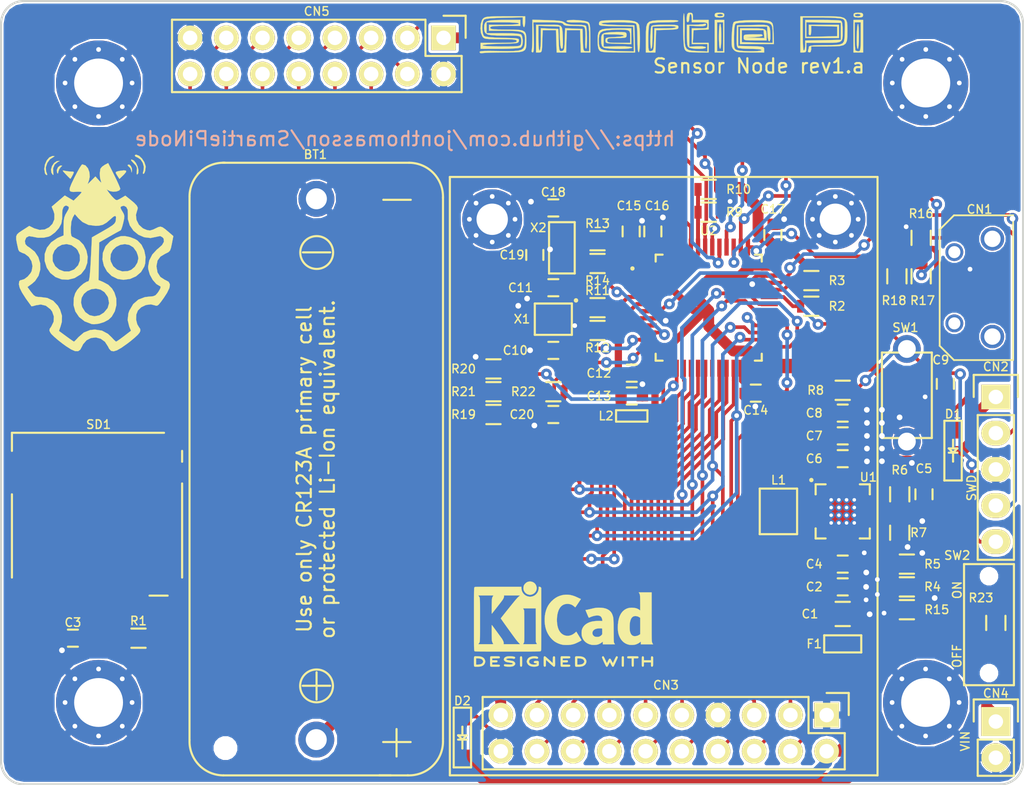
<source format=kicad_pcb>
(kicad_pcb (version 20160815) (host pcbnew "(2017-01-24 revision 0b6147e)-makepkg")
  (layers (0 F.Cu signal hide) (31 B.Cu signal hide) (34 B.Paste user) (35 F.Paste user) (36 B.SilkS user) (37 F.SilkS user) (38 B.Mask user) (39 F.Mask user) (44 Edge.Cuts user))
  (net 0 "")
  (net 1 GND)
  (net 2 /+VBAT)
  (net 3 /+VIN)
  (net 4 /+3V3)
  (net 5 "Net-(C5-Pad2)")
  (net 6 /NRST)
  (net 7 "Net-(C10-Pad2)")
  (net 8 "Net-(C11-Pad2)")
  (net 9 /+VDDA)
  (net 10 "Net-(C18-Pad2)")
  (net 11 "Net-(C19-Pad2)")
  (net 12 /+VUSB)
  (net 13 "Net-(CN1-Pad2)")
  (net 14 "Net-(CN1-Pad3)")
  (net 15 "Net-(CN1-Pad4)")
  (net 16 /SWCLK)
  (net 17 /SWDIO)
  (net 18 /SPI2_MOSI)
  (net 19 /SPI2_NSS_TRX)
  (net 20 /SPI2_SCK)
  (net 21 /SPI2_MISO)
  (net 22 /TRX_DIO5)
  (net 23 /TRX_DIO3)
  (net 24 /TRX_DIO4)
  (net 25 /TRX_DIO1)
  (net 26 /TRX_DIO2)
  (net 27 /TRX_RESET)
  (net 28 /TRX_DIO0)
  (net 29 /TRX_RXEN)
  (net 30 /TRX_RXTX)
  (net 31 /TRX_MODE)
  (net 32 /TRX_TXEN)
  (net 33 "Net-(L1-Pad1)")
  (net 34 "Net-(L1-Pad2)")
  (net 35 /SPI2_NSS_SDCARD)
  (net 36 /USB_DM)
  (net 37 /USB_DP)
  (net 38 "Net-(R4-Pad1)")
  (net 39 /BOOT0)
  (net 40 "Net-(R11-Pad1)")
  (net 41 "Net-(R12-Pad1)")
  (net 42 "Net-(R13-Pad2)")
  (net 43 "Net-(R14-Pad2)")
  (net 44 "Net-(SD1-Pad8)")
  (net 45 "Net-(SD1-Pad1)")
  (net 46 "Net-(U1-Pad16)")
  (net 47 "Net-(R15-Pad1)")
  (net 48 "Net-(CN4-Pad1)")
  (net 49 /VMEASURE)
  (net 50 /USB_RENUMn)
  (net 51 "Net-(R19-Pad2)")
  (net 52 /VSENSE)
  (net 53 /GPIO_9)
  (net 54 /GPIO_10)
  (net 55 /GPIO_7)
  (net 56 /GPIO_8)
  (net 57 /GPIO_5)
  (net 58 /GPIO_6)
  (net 59 /GPIO_3)
  (net 60 /GPIO_4)
  (net 61 /GPIO_1)
  (net 62 /GPIO_2)
  (net 63 "Net-(F1-Pad1)")
  (module socket-strip-straight-2x10:sx1238_trx (layer F.Cu) (at 156.972 145.796 270)
    (fp_text reference CN3 (at -2.096 11.272) (layer F.SilkS) (effects (font (size 0.6 0.6) (thickness 0.1))))
    (fp_text value SX1238_TRX_HEADER)
    (pad 1 thru_hole circle (at -33.66863 -1.74137 270) (size 0.635 0.635) (drill 0.3302) (layers *.Cu *.Mask) (net 1 GND))
    (pad 1 thru_hole circle (at -34.8 -0.61 270) (size 4.2 4.2) (drill 2.2) (layers *.Cu *.Mask) (net 1 GND))
    (pad 1 thru_hole rect (at 0 0 270) (size 1.7272 1.7272) (drill 1.016) (layers *.Cu *.Mask F.SilkS) (net 1 GND))
    (pad 2 thru_hole oval (at 2.54 0 270) (size 1.7272 1.7272) (drill 1.016) (layers *.Cu *.Mask F.SilkS) (net 4 /+3V3))
    (pad 3 thru_hole oval (at 0 2.54 270) (size 1.7272 1.7272) (drill 1.016) (layers *.Cu *.Mask F.SilkS) (net 18 /SPI2_MOSI))
    (pad 4 thru_hole oval (at 2.54 2.54 270) (size 1.7272 1.7272) (drill 1.016) (layers *.Cu *.Mask F.SilkS) (net 19 /SPI2_NSS_TRX))
    (pad 5 thru_hole oval (at 0 5.08 270) (size 1.7272 1.7272) (drill 1.016) (layers *.Cu *.Mask F.SilkS) (net 20 /SPI2_SCK))
    (pad 6 thru_hole oval (at 2.54 5.08 270) (size 1.7272 1.7272) (drill 1.016) (layers *.Cu *.Mask F.SilkS) (net 21 /SPI2_MISO))
    (pad 7 thru_hole oval (at 0 7.62 270) (size 1.7272 1.7272) (drill 1.016) (layers *.Cu *.Mask F.SilkS) (net 1 GND))
    (pad 8 thru_hole oval (at 2.54 7.62 270) (size 1.7272 1.7272) (drill 1.016) (layers *.Cu *.Mask F.SilkS) (net 22 /TRX_DIO5))
    (pad 9 thru_hole oval (at 0 10.16 270) (size 1.7272 1.7272) (drill 1.016) (layers *.Cu *.Mask F.SilkS) (net 23 /TRX_DIO3))
    (pad 10 thru_hole oval (at 2.54 10.16 270) (size 1.7272 1.7272) (drill 1.016) (layers *.Cu *.Mask F.SilkS) (net 24 /TRX_DIO4))
    (pad 11 thru_hole oval (at 0 12.7 270) (size 1.7272 1.7272) (drill 1.016) (layers *.Cu *.Mask F.SilkS) (net 25 /TRX_DIO1))
    (pad 12 thru_hole oval (at 2.54 12.7 270) (size 1.7272 1.7272) (drill 1.016) (layers *.Cu *.Mask F.SilkS) (net 26 /TRX_DIO2))
    (pad 13 thru_hole oval (at 0 15.24 270) (size 1.7272 1.7272) (drill 1.016) (layers *.Cu *.Mask F.SilkS) (net 27 /TRX_RESET))
    (pad 14 thru_hole oval (at 2.54 15.24 270) (size 1.7272 1.7272) (drill 1.016) (layers *.Cu *.Mask F.SilkS) (net 28 /TRX_DIO0))
    (pad 15 thru_hole oval (at 0 17.78 270) (size 1.7272 1.7272) (drill 1.016) (layers *.Cu *.Mask F.SilkS) (net 29 /TRX_RXEN))
    (pad 16 thru_hole oval (at 2.54 17.78 270) (size 1.7272 1.7272) (drill 1.016) (layers *.Cu *.Mask F.SilkS) (net 30 /TRX_RXTX))
    (pad 17 thru_hole oval (at 0 20.32 270) (size 1.7272 1.7272) (drill 1.016) (layers *.Cu *.Mask F.SilkS) (net 31 /TRX_MODE))
    (pad 18 thru_hole oval (at 2.54 20.32 270) (size 1.7272 1.7272) (drill 1.016) (layers *.Cu *.Mask F.SilkS) (net 32 /TRX_TXEN))
    (pad 19 thru_hole oval (at 0 22.86 270) (size 1.7272 1.7272) (drill 1.016) (layers *.Cu *.Mask F.SilkS) (net 4 /+3V3))
    (pad 20 thru_hole oval (at 2.54 22.86 270) (size 1.7272 1.7272) (drill 1.016) (layers *.Cu *.Mask F.SilkS) (net 1 GND))
    (pad 1 thru_hole circle (at -33.66863 0.52137 270) (size 0.635 0.635) (drill 0.3302) (layers *.Cu *.Mask) (net 1 GND))
    (pad 1 thru_hole circle (at -33.2 -0.61 270) (size 0.635 0.635) (drill 0.3302) (layers *.Cu *.Mask) (net 1 GND))
    (pad 1 thru_hole circle (at -34.8 0.99 270) (size 0.635 0.635) (drill 0.3302) (layers *.Cu *.Mask) (net 1 GND))
    (pad 1 thru_hole circle (at -35.93137 0.52137 270) (size 0.635 0.635) (drill 0.3302) (layers *.Cu *.Mask) (net 1 GND))
    (pad 1 thru_hole circle (at -36.4 -0.61 270) (size 0.635 0.635) (drill 0.3302) (layers *.Cu *.Mask) (net 1 GND))
    (pad 1 thru_hole circle (at -35.93137 -1.74137 270) (size 0.635 0.635) (drill 0.3302) (layers *.Cu *.Mask) (net 1 GND))
    (pad 1 thru_hole circle (at -34.8 -2.21 270) (size 0.635 0.635) (drill 0.3302) (layers *.Cu *.Mask) (net 1 GND))
    (pad 1 thru_hole circle (at -34.8 21.86 270) (size 0.635 0.635) (drill 0.3302) (layers *.Cu *.Mask) (net 1 GND))
    (pad 1 thru_hole circle (at -35.93137 22.32863 270) (size 0.635 0.635) (drill 0.3302) (layers *.Cu *.Mask) (net 1 GND))
    (pad 1 thru_hole circle (at -34.8 23.46 270) (size 4.2 4.2) (drill 2.2) (layers *.Cu *.Mask) (net 1 GND))
    (pad 1 thru_hole circle (at -33.66863 22.32863 270) (size 0.635 0.635) (drill 0.3302) (layers *.Cu *.Mask) (net 1 GND))
    (pad 1 thru_hole circle (at -33.2 23.46 270) (size 0.635 0.635) (drill 0.3302) (layers *.Cu *.Mask) (net 1 GND))
    (pad 1 thru_hole circle (at -33.66863 24.59137 270) (size 0.635 0.635) (drill 0.3302) (layers *.Cu *.Mask) (net 1 GND))
    (pad 1 thru_hole circle (at -34.8 25.06 270) (size 0.635 0.635) (drill 0.3302) (layers *.Cu *.Mask) (net 1 GND))
    (pad 1 thru_hole circle (at -35.93137 24.59137 270) (size 0.635 0.635) (drill 0.3302) (layers *.Cu *.Mask) (net 1 GND))
    (pad 1 thru_hole circle (at -36.4 23.46 270) (size 0.635 0.635) (drill 0.3302) (layers *.Cu *.Mask) (net 1 GND))
  )
  (module amphenol-microusb-10118194:amphenol-microusb-10118194 (layer F.Cu) (at 167.2 115.8 90)
    (fp_text reference CN1 (at 5.5 0.5 180) (layer F.SilkS) (effects (font (size 0.6 0.6) (thickness 0.1))))
    (fp_text value USBMICROb hide)
    (pad 1 smd rect (at -1.29794 -1.27 270) (size 0.39878 1.34874) (layers F.Cu F.Paste F.Mask) (net 12 /+VUSB) (clearance 0.127))
    (pad 2 smd rect (at -0.6477 -1.27 270) (size 0.39878 1.34874) (layers F.Cu F.Paste F.Mask) (net 13 "Net-(CN1-Pad2)") (clearance 0.127))
    (pad 3 smd rect (at 0 -1.27 270) (size 0.39878 1.34874) (layers F.Cu F.Paste F.Mask) (net 14 "Net-(CN1-Pad3)") (clearance 0.127))
    (pad 4 smd rect (at 0.6477 -1.27 270) (size 0.39878 1.34874) (layers F.Cu F.Paste F.Mask) (net 15 "Net-(CN1-Pad4)") (clearance 0.127))
    (pad 5 smd rect (at 1.29794 -1.27 270) (size 0.39878 1.34874) (layers F.Cu F.Paste F.Mask) (net 1 GND) (clearance 0.127))
    (pad S5 smd rect (at -1.19888 1.40462 90) (size 1.89992 1.89992) (layers F.Cu F.Paste F.Mask))
    (pad S6 smd rect (at 1.19888 1.40462 90) (size 1.89992 1.89992) (layers F.Cu F.Paste F.Mask))
    (pad SLOT thru_hole circle (at -3.43 1.4 90) (size 1.65 1.65) (drill 1.15) (layers *.Cu *.Mask) (clearance 0.000003))
    (pad SLOT thru_hole circle (at 3.43 1.4 90) (size 1.65 1.65) (drill 1.15) (layers *.Cu *.Mask) (clearance 0.000003))
    (pad S3 thru_hole circle (at 2.49794 -1.27 270) (size 1.25 1.25) (drill 0.85) (layers *.Cu *.Mask) (clearance 0.127))
    (pad S4 thru_hole circle (at -2.50206 -1.27 270) (size 1.25 1.25) (drill 0.85) (layers *.Cu *.Mask) (clearance 0.127))
  )
  (module Resistors_SMD:R_0603 (layer F.Cu) (at 148.7 110.5)
    (fp_text reference R9 (at 1.8 0 180) (layer F.SilkS) (effects (font (size 0.6 0.6) (thickness 0.1))))
    (fp_text value 10K)
    (pad 1 smd rect (at -0.75 0) (size 0.5 0.9) (layers F.Cu F.Paste F.Mask) (net 39 /BOOT0))
    (pad 2 smd rect (at 0.75 0) (size 0.5 0.9) (layers F.Cu F.Paste F.Mask) (net 1 GND))
  )
  (module Resistors_SMD:R_0603 (layer F.Cu) (at 148.7 108.9)
    (fp_text reference R10 (at 2.1 0 180) (layer F.SilkS) (effects (font (size 0.6 0.6) (thickness 0.1))))
    (fp_text value DNP)
    (pad 1 smd rect (at -0.75 0) (size 0.5 0.9) (layers F.Cu F.Paste F.Mask) (net 39 /BOOT0))
    (pad 2 smd rect (at 0.75 0) (size 0.5 0.9) (layers F.Cu F.Paste F.Mask) (net 4 /+3V3))
  )
  (module st-stm32l052-lqfp48:STM32L052C8T6 (layer F.Cu) (at 148.7 117.2)
    (fp_text reference U2 (at 0 -5.4) (layer F.SilkS) (effects (font (size 0.6 0.6) (thickness 0.1))))
    (fp_text value STM32L052_LQFP48 hide)
    (pad 48 smd rect (at -2.75 -4.249999 90) (size 1.1938 0.3048) (layers F.Cu F.Paste F.Mask) (net 4 /+3V3))
    (pad 47 smd rect (at -2.250001 -4.249999 90) (size 1.1938 0.3048) (layers F.Cu F.Paste F.Mask) (net 1 GND))
    (pad 46 smd rect (at -1.749999 -4.249999 90) (size 1.1938 0.3048) (layers F.Cu F.Paste F.Mask) (net 60 /GPIO_4))
    (pad 45 smd rect (at -1.25 -4.249999 90) (size 1.1938 0.3048) (layers F.Cu F.Paste F.Mask) (net 57 /GPIO_5))
    (pad 44 smd rect (at -0.750001 -4.249999 90) (size 1.1938 0.3048) (layers F.Cu F.Paste F.Mask) (net 39 /BOOT0))
    (pad 43 smd rect (at -0.25 -4.249999 90) (size 1.1938 0.3048) (layers F.Cu F.Paste F.Mask) (net 58 /GPIO_6))
    (pad 42 smd rect (at 0.25 -4.249999 90) (size 1.1938 0.3048) (layers F.Cu F.Paste F.Mask) (net 55 /GPIO_7))
    (pad 41 smd rect (at 0.750001 -4.249999 90) (size 1.1938 0.3048) (layers F.Cu F.Paste F.Mask) (net 56 /GPIO_8))
    (pad 40 smd rect (at 1.25 -4.249999 90) (size 1.1938 0.3048) (layers F.Cu F.Paste F.Mask) (net 53 /GPIO_9))
    (pad 39 smd rect (at 1.749999 -4.249999 90) (size 1.1938 0.3048) (layers F.Cu F.Paste F.Mask) (net 54 /GPIO_10))
    (pad 38 smd rect (at 2.250001 -4.249999 90) (size 1.1938 0.3048) (layers F.Cu F.Paste F.Mask) (net 50 /USB_RENUMn))
    (pad 37 smd rect (at 2.75 -4.249999 90) (size 1.1938 0.3048) (layers F.Cu F.Paste F.Mask) (net 16 /SWCLK))
    (pad 36 smd rect (at 4.249999 -2.75) (size 1.1938 0.3048) (layers F.Cu F.Paste F.Mask) (net 4 /+3V3))
    (pad 35 smd rect (at 4.249999 -2.250001) (size 1.1938 0.3048) (layers F.Cu F.Paste F.Mask) (net 1 GND))
    (pad 34 smd rect (at 4.249999 -1.749999) (size 1.1938 0.3048) (layers F.Cu F.Paste F.Mask) (net 17 /SWDIO))
    (pad 33 smd rect (at 4.249999 -1.25) (size 1.1938 0.3048) (layers F.Cu F.Paste F.Mask) (net 37 /USB_DP))
    (pad 32 smd rect (at 4.249999 -0.750001) (size 1.1938 0.3048) (layers F.Cu F.Paste F.Mask) (net 36 /USB_DM))
    (pad 31 smd rect (at 4.249999 -0.25) (size 1.1938 0.3048) (layers F.Cu F.Paste F.Mask) (net 23 /TRX_DIO3))
    (pad 30 smd rect (at 4.249999 0.25) (size 1.1938 0.3048) (layers F.Cu F.Paste F.Mask) (net 24 /TRX_DIO4))
    (pad 29 smd rect (at 4.249999 0.750001) (size 1.1938 0.3048) (layers F.Cu F.Paste F.Mask) (net 19 /SPI2_NSS_TRX))
    (pad 28 smd rect (at 4.249999 1.25) (size 1.1938 0.3048) (layers F.Cu F.Paste F.Mask) (net 18 /SPI2_MOSI))
    (pad 27 smd rect (at 4.249999 1.749999) (size 1.1938 0.3048) (layers F.Cu F.Paste F.Mask) (net 21 /SPI2_MISO))
    (pad 26 smd rect (at 4.249999 2.250001) (size 1.1938 0.3048) (layers F.Cu F.Paste F.Mask) (net 20 /SPI2_SCK))
    (pad 25 smd rect (at 4.249999 2.75) (size 1.1938 0.3048) (layers F.Cu F.Paste F.Mask) (net 22 /TRX_DIO5))
    (pad 24 smd rect (at 2.75 4.249999 90) (size 1.1938 0.3048) (layers F.Cu F.Paste F.Mask) (net 4 /+3V3))
    (pad 23 smd rect (at 2.250001 4.249999 90) (size 1.1938 0.3048) (layers F.Cu F.Paste F.Mask) (net 1 GND))
    (pad 22 smd rect (at 1.749999 4.249999 90) (size 1.1938 0.3048) (layers F.Cu F.Paste F.Mask) (net 26 /TRX_DIO2))
    (pad 21 smd rect (at 1.25 4.249999 90) (size 1.1938 0.3048) (layers F.Cu F.Paste F.Mask) (net 25 /TRX_DIO1))
    (pad 20 smd rect (at 0.750001 4.249999 90) (size 1.1938 0.3048) (layers F.Cu F.Paste F.Mask) (net 28 /TRX_DIO0))
    (pad 19 smd rect (at 0.25 4.249999 90) (size 1.1938 0.3048) (layers F.Cu F.Paste F.Mask) (net 27 /TRX_RESET))
    (pad 18 smd rect (at -0.25 4.249999 90) (size 1.1938 0.3048) (layers F.Cu F.Paste F.Mask) (net 30 /TRX_RXTX))
    (pad 17 smd rect (at -0.750001 4.249999 90) (size 1.1938 0.3048) (layers F.Cu F.Paste F.Mask) (net 29 /TRX_RXEN))
    (pad 16 smd rect (at -1.25 4.249999 90) (size 1.1938 0.3048) (layers F.Cu F.Paste F.Mask) (net 32 /TRX_TXEN))
    (pad 15 smd rect (at -1.749999 4.249999 90) (size 1.1938 0.3048) (layers F.Cu F.Paste F.Mask) (net 31 /TRX_MODE))
    (pad 14 smd rect (at -2.250001 4.249999 90) (size 1.1938 0.3048) (layers F.Cu F.Paste F.Mask) (net 61 /GPIO_1))
    (pad 13 smd rect (at -2.75 4.249999 90) (size 1.1938 0.3048) (layers F.Cu F.Paste F.Mask) (net 35 /SPI2_NSS_SDCARD))
    (pad 12 smd rect (at -4.249999 2.75) (size 1.1938 0.3048) (layers F.Cu F.Paste F.Mask) (net 49 /VMEASURE))
    (pad 11 smd rect (at -4.249999 2.250001) (size 1.1938 0.3048) (layers F.Cu F.Paste F.Mask) (net 52 /VSENSE))
    (pad 10 smd rect (at -4.249999 1.749999) (size 1.1938 0.3048) (layers F.Cu F.Paste F.Mask) (net 62 /GPIO_2))
    (pad 9 smd rect (at -4.249999 1.25) (size 1.1938 0.3048) (layers F.Cu F.Paste F.Mask) (net 9 /+VDDA))
    (pad 8 smd rect (at -4.249999 0.750001) (size 1.1938 0.3048) (layers F.Cu F.Paste F.Mask) (net 1 GND))
    (pad 7 smd rect (at -4.249999 0.25) (size 1.1938 0.3048) (layers F.Cu F.Paste F.Mask) (net 6 /NRST))
    (pad 6 smd rect (at -4.249999 -0.25) (size 1.1938 0.3048) (layers F.Cu F.Paste F.Mask) (net 41 "Net-(R12-Pad1)"))
    (pad 5 smd rect (at -4.249999 -0.750001) (size 1.1938 0.3048) (layers F.Cu F.Paste F.Mask) (net 40 "Net-(R11-Pad1)"))
    (pad 4 smd rect (at -4.249999 -1.25) (size 1.1938 0.3048) (layers F.Cu F.Paste F.Mask) (net 43 "Net-(R14-Pad2)"))
    (pad 3 smd rect (at -4.249999 -1.749999) (size 1.1938 0.3048) (layers F.Cu F.Paste F.Mask) (net 42 "Net-(R13-Pad2)"))
    (pad 2 smd rect (at -4.249999 -2.250001) (size 1.1938 0.3048) (layers F.Cu F.Paste F.Mask) (net 59 /GPIO_3))
    (pad 1 smd rect (at -4.249999 -2.75) (size 1.1938 0.3048) (layers F.Cu F.Paste F.Mask) (net 4 /+3V3))
  )
  (module amphenol-microsd-114-00841-68:amphenol-microsd-1140084168 (layer F.Cu) (at 105.918 131.572)
    (fp_text reference SD1 (at -0.018 -6.172) (layer F.SilkS) (effects (font (size 0.6 0.6) (thickness 0.1))))
    (fp_text value SD_CARD_SLOT_MICRO)
    (pad 8 smd rect (at -4.56438 5.58038) (size 0.7 1.75) (layers F.Cu F.Paste F.Mask) (net 44 "Net-(SD1-Pad8)"))
    (pad 7 smd rect (at -3.46438 5.58038) (size 0.7 1.75) (layers F.Cu F.Paste F.Mask) (net 21 /SPI2_MISO))
    (pad 6 smd rect (at -2.36438 5.58038) (size 0.7 1.75) (layers F.Cu F.Paste F.Mask) (net 1 GND))
    (pad 5 smd rect (at -1.26438 5.58038) (size 0.7 1.75) (layers F.Cu F.Paste F.Mask) (net 20 /SPI2_SCK))
    (pad 4 smd rect (at -0.16438 5.58038) (size 0.7 1.75) (layers F.Cu F.Paste F.Mask) (net 4 /+3V3))
    (pad 3 smd rect (at 0.93562 5.58038) (size 0.7 1.75) (layers F.Cu F.Paste F.Mask) (net 18 /SPI2_MOSI))
    (pad 2 smd rect (at 2.03562 5.58038) (size 0.7 1.75) (layers F.Cu F.Paste F.Mask) (net 35 /SPI2_NSS_SDCARD))
    (pad 1 smd rect (at 3.13562 5.58038) (size 0.7 1.75) (layers F.Cu F.Paste F.Mask) (net 45 "Net-(SD1-Pad1)"))
    (pad "" smd rect (at 5.48562 5.45538) (size 1.3 1.5) (layers F.Cu F.Paste F.Mask))
    (pad "" smd rect (at -5.76438 5.45538) (size 1.3 1.5) (layers F.Cu F.Paste F.Mask))
    (pad "" smd rect (at -6.01438 -2.14462) (size 0.8 1.5) (layers F.Cu F.Paste F.Mask))
    (pad "" smd rect (at 5.73562 -2.79462) (size 0.8 1.4) (layers F.Cu F.Paste F.Mask))
    (pad "" smd rect (at 5.38562 -5.21962) (size 1 1.55) (layers F.Cu F.Paste F.Mask))
    (pad "" smd rect (at -5.71438 -3.64462) (size 1.4 1) (layers F.Cu F.Paste F.Mask))
  )
  (module Capacitors_SMD:C_0805 (layer F.Cu) (at 158.1 138.7)
    (fp_text reference C1 (at -2.3 0) (layer F.SilkS) (effects (font (size 0.6 0.6) (thickness 0.1))))
    (fp_text value DNP)
    (pad 1 smd rect (at -1 0) (size 1 1.25) (layers F.Cu F.Paste F.Mask) (net 3 /+VIN))
    (pad 2 smd rect (at 1 0) (size 1 1.25) (layers F.Cu F.Paste F.Mask) (net 1 GND))
  )
  (module Capacitors_SMD:C_0603 (layer F.Cu) (at 158.1 136.8)
    (fp_text reference C2 (at -2 0) (layer F.SilkS) (effects (font (size 0.6 0.6) (thickness 0.1))))
    (fp_text value 10uF)
    (pad 2 smd rect (at 0.75 0) (size 0.8 0.75) (layers F.Cu F.Paste F.Mask) (net 1 GND))
    (pad 1 smd rect (at -0.75 0) (size 0.8 0.75) (layers F.Cu F.Paste F.Mask) (net 3 /+VIN))
  )
  (module Capacitors_SMD:C_0603 (layer F.Cu) (at 104.1 140.4 180)
    (fp_text reference C3 (at 0 1.1 180) (layer F.SilkS) (effects (font (size 0.6 0.6) (thickness 0.1))))
    (fp_text value .1uF)
    (pad 2 smd rect (at 0.75 0 180) (size 0.8 0.75) (layers F.Cu F.Paste F.Mask) (net 1 GND))
    (pad 1 smd rect (at -0.75 0 180) (size 0.8 0.75) (layers F.Cu F.Paste F.Mask) (net 4 /+3V3))
  )
  (module Capacitors_SMD:C_0603 (layer F.Cu) (at 158.1 135.2)
    (fp_text reference C4 (at -2 0) (layer F.SilkS) (effects (font (size 0.6 0.6) (thickness 0.1))))
    (fp_text value 10uF)
    (pad 1 smd rect (at -0.75 0) (size 0.8 0.75) (layers F.Cu F.Paste F.Mask) (net 3 /+VIN))
    (pad 2 smd rect (at 0.75 0) (size 0.8 0.75) (layers F.Cu F.Paste F.Mask) (net 1 GND))
  )
  (module Capacitors_SMD:C_0603 (layer F.Cu) (at 163.8 130.3 270)
    (fp_text reference C5 (at -1.8 0) (layer F.SilkS) (effects (font (size 0.6 0.6) (thickness 0.1))))
    (fp_text value DNP)
    (pad 1 smd rect (at -0.75 0 270) (size 0.8 0.75) (layers F.Cu F.Paste F.Mask) (net 4 /+3V3))
    (pad 2 smd rect (at 0.75 0 270) (size 0.8 0.75) (layers F.Cu F.Paste F.Mask) (net 5 "Net-(C5-Pad2)"))
  )
  (module Capacitors_SMD:C_0603 (layer F.Cu) (at 158.1 127.8)
    (fp_text reference C6 (at -2 0 180) (layer F.SilkS) (effects (font (size 0.6 0.6) (thickness 0.1))))
    (fp_text value 22uF)
    (pad 2 smd rect (at 0.75 0) (size 0.8 0.75) (layers F.Cu F.Paste F.Mask) (net 1 GND))
    (pad 1 smd rect (at -0.75 0) (size 0.8 0.75) (layers F.Cu F.Paste F.Mask) (net 4 /+3V3))
  )
  (module Capacitors_SMD:C_0603 (layer F.Cu) (at 158.1 126.2)
    (fp_text reference C7 (at -2 0 180) (layer F.SilkS) (effects (font (size 0.6 0.6) (thickness 0.1))))
    (fp_text value 22uF)
    (pad 1 smd rect (at -0.75 0) (size 0.8 0.75) (layers F.Cu F.Paste F.Mask) (net 4 /+3V3))
    (pad 2 smd rect (at 0.75 0) (size 0.8 0.75) (layers F.Cu F.Paste F.Mask) (net 1 GND))
  )
  (module Capacitors_SMD:C_0603 (layer F.Cu) (at 158.1 124.6)
    (fp_text reference C8 (at -2 0 180) (layer F.SilkS) (effects (font (size 0.6 0.6) (thickness 0.1))))
    (fp_text value DNP)
    (pad 2 smd rect (at 0.75 0) (size 0.8 0.75) (layers F.Cu F.Paste F.Mask) (net 1 GND))
    (pad 1 smd rect (at -0.75 0) (size 0.8 0.75) (layers F.Cu F.Paste F.Mask) (net 4 /+3V3))
  )
  (module Capacitors_SMD:C_0603 (layer F.Cu) (at 165.3 122.55 90)
    (fp_text reference C9 (at 1.68 -0.32 180) (layer F.SilkS) (effects (font (size 0.6 0.6) (thickness 0.1))))
    (fp_text value 100nF)
    (pad 2 smd rect (at 0.75 0 90) (size 0.8 0.75) (layers F.Cu F.Paste F.Mask) (net 6 /NRST))
    (pad 1 smd rect (at -0.75 0 90) (size 0.8 0.75) (layers F.Cu F.Paste F.Mask) (net 1 GND))
  )
  (module Capacitors_SMD:C_0603 (layer F.Cu) (at 137.8 120.2)
    (fp_text reference C10 (at -2.67 0) (layer F.SilkS) (effects (font (size 0.6 0.6) (thickness 0.1))))
    (fp_text value 8pF)
    (pad 2 smd rect (at 0.75 0) (size 0.8 0.75) (layers F.Cu F.Paste F.Mask) (net 7 "Net-(C10-Pad2)"))
    (pad 1 smd rect (at -0.75 0) (size 0.8 0.75) (layers F.Cu F.Paste F.Mask) (net 1 GND))
  )
  (module Capacitors_SMD:C_0603 (layer F.Cu) (at 137.8 115.8)
    (fp_text reference C11 (at -2.3 0) (layer F.SilkS) (effects (font (size 0.6 0.6) (thickness 0.1))))
    (fp_text value 8pF)
    (pad 1 smd rect (at -0.75 0) (size 0.8 0.75) (layers F.Cu F.Paste F.Mask) (net 1 GND))
    (pad 2 smd rect (at 0.75 0) (size 0.8 0.75) (layers F.Cu F.Paste F.Mask) (net 8 "Net-(C11-Pad2)"))
  )
  (module Capacitors_SMD:C_0603 (layer F.Cu) (at 143.3 121.8)
    (fp_text reference C12 (at -2.3 0) (layer F.SilkS) (effects (font (size 0.6 0.6) (thickness 0.1))))
    (fp_text value .1uF)
    (pad 1 smd rect (at -0.75 0) (size 0.8 0.75) (layers F.Cu F.Paste F.Mask) (net 9 /+VDDA))
    (pad 2 smd rect (at 0.75 0) (size 0.8 0.75) (layers F.Cu F.Paste F.Mask) (net 1 GND))
  )
  (module Capacitors_SMD:C_0603 (layer F.Cu) (at 143.3 123.4)
    (fp_text reference C13 (at -2.3 0) (layer F.SilkS) (effects (font (size 0.6 0.6) (thickness 0.1))))
    (fp_text value 1uF)
    (pad 1 smd rect (at -0.75 0) (size 0.8 0.75) (layers F.Cu F.Paste F.Mask) (net 9 /+VDDA))
    (pad 2 smd rect (at 0.75 0) (size 0.8 0.75) (layers F.Cu F.Paste F.Mask) (net 1 GND))
  )
  (module Capacitors_SMD:C_0603 (layer F.Cu) (at 152 123.2 180)
    (fp_text reference C14 (at 0 -1.2 180) (layer F.SilkS) (effects (font (size 0.6 0.6) (thickness 0.1))))
    (fp_text value .1uF)
    (pad 2 smd rect (at 0.75 0 180) (size 0.8 0.75) (layers F.Cu F.Paste F.Mask) (net 1 GND))
    (pad 1 smd rect (at -0.75 0 180) (size 0.8 0.75) (layers F.Cu F.Paste F.Mask) (net 4 /+3V3))
  )
  (module Capacitors_SMD:C_0603 (layer F.Cu) (at 143.26 111.85 90)
    (fp_text reference C15 (at 1.8 -0.15 180) (layer F.SilkS) (effects (font (size 0.6 0.6) (thickness 0.1))))
    (fp_text value .1uF)
    (pad 1 smd rect (at -0.75 0 90) (size 0.8 0.75) (layers F.Cu F.Paste F.Mask) (net 4 /+3V3))
    (pad 2 smd rect (at 0.75 0 90) (size 0.8 0.75) (layers F.Cu F.Paste F.Mask) (net 1 GND))
  )
  (module Capacitors_SMD:C_0603 (layer F.Cu) (at 144.78 111.85 90)
    (fp_text reference C16 (at 1.8 0.3 180) (layer F.SilkS) (effects (font (size 0.6 0.6) (thickness 0.1))))
    (fp_text value .1uF)
    (pad 1 smd rect (at -0.75 0 90) (size 0.8 0.75) (layers F.Cu F.Paste F.Mask) (net 4 /+3V3))
    (pad 2 smd rect (at 0.75 0 90) (size 0.8 0.75) (layers F.Cu F.Paste F.Mask) (net 1 GND))
  )
  (module Capacitors_SMD:C_0603 (layer F.Cu) (at 153.2 112.1 90)
    (fp_text reference C17 (at 1.81 0 180) (layer F.SilkS) (effects (font (size 0.6 0.6) (thickness 0.1))))
    (fp_text value .1uF)
    (pad 2 smd rect (at 0.75 0 90) (size 0.8 0.75) (layers F.Cu F.Paste F.Mask) (net 1 GND))
    (pad 1 smd rect (at -0.75 0 90) (size 0.8 0.75) (layers F.Cu F.Paste F.Mask) (net 4 /+3V3))
  )
  (module Capacitors_SMD:C_0603 (layer F.Cu) (at 137.8 110.2)
    (fp_text reference C18 (at 0 -1.1) (layer F.SilkS) (effects (font (size 0.6 0.6) (thickness 0.1))))
    (fp_text value 4.3pF)
    (pad 2 smd rect (at 0.75 0) (size 0.8 0.75) (layers F.Cu F.Paste F.Mask) (net 10 "Net-(C18-Pad2)"))
    (pad 1 smd rect (at -0.75 0) (size 0.8 0.75) (layers F.Cu F.Paste F.Mask) (net 1 GND))
  )
  (module Capacitors_SMD:C_0603 (layer F.Cu) (at 136.5 113.5 270)
    (fp_text reference C19 (at 0 1.6) (layer F.SilkS) (effects (font (size 0.6 0.6) (thickness 0.1))))
    (fp_text value 4.3pF)
    (pad 1 smd rect (at -0.75 0 270) (size 0.8 0.75) (layers F.Cu F.Paste F.Mask) (net 1 GND))
    (pad 2 smd rect (at 0.75 0 270) (size 0.8 0.75) (layers F.Cu F.Paste F.Mask) (net 11 "Net-(C19-Pad2)"))
  )
  (module Pin_Headers:Pin_Header_Straight_1x05 (layer F.Cu) (at 168.84 123.47)
    (fp_text reference CN2 (at 0 -2.12) (layer F.SilkS) (effects (font (size 0.6 0.6) (thickness 0.1))))
    (fp_text value SWD)
    (pad 1 thru_hole rect (at 0 0) (size 2.032 1.7272) (drill 1.016) (layers *.Cu *.Mask F.SilkS) (net 4 /+3V3))
    (pad 2 thru_hole oval (at 0 2.54) (size 2.032 1.7272) (drill 1.016) (layers *.Cu *.Mask F.SilkS) (net 16 /SWCLK))
    (pad 3 thru_hole oval (at 0 5.08) (size 2.032 1.7272) (drill 1.016) (layers *.Cu *.Mask F.SilkS) (net 1 GND))
    (pad 4 thru_hole oval (at 0 7.62) (size 2.032 1.7272) (drill 1.016) (layers *.Cu *.Mask F.SilkS) (net 17 /SWDIO))
    (pad 5 thru_hole oval (at 0 10.16) (size 2.032 1.7272) (drill 1.016) (layers *.Cu *.Mask F.SilkS) (net 6 /NRST))
  )
  (module onsemi-NRVB120VLSFT1G:onsemi-NRVB120VLSFT1G (layer F.Cu) (at 165.84 127.23 90)
    (fp_text reference D1 (at 2.56 0.01 180) (layer F.SilkS) (effects (font (size 0.6 0.6) (thickness 0.1))))
    (fp_text value SCHOTTKY)
    (pad 1 smd rect (at -1.48 0 90) (size 1.25 1.22) (layers F.Cu F.Paste F.Mask) (net 48 "Net-(CN4-Pad1)"))
    (pad 2 smd rect (at 1.47 0 90) (size 1.25 1.22) (layers F.Cu F.Paste F.Mask) (net 12 /+VUSB))
  )
  (module onsemi-NRVB120VLSFT1G:onsemi-NRVB120VLSFT1G (layer F.Cu) (at 131.42 147.37 90)
    (fp_text reference D2 (at 2.57 0 180) (layer F.SilkS) (effects (font (size 0.6 0.6) (thickness 0.1))))
    (fp_text value SCHOTTKY)
    (pad 2 smd rect (at 1.47 0 90) (size 1.25 1.22) (layers F.Cu F.Paste F.Mask) (net 2 /+VBAT))
    (pad 1 smd rect (at -1.48 0 90) (size 1.25 1.22) (layers F.Cu F.Paste F.Mask) (net 48 "Net-(CN4-Pad1)"))
  )
  (module belfuse-c2q:belfuse-c2q (layer F.Cu) (at 158.1 140.8 180)
    (fp_text reference F1 (at 2 0 180) (layer F.SilkS) (effects (font (size 0.6 0.6) (thickness 0.1))))
    (fp_text value 500mA)
    (pad 1 smd rect (at -0.83 0 180) (size 0.91 1.27) (layers F.Cu F.Paste F.Mask) (net 63 "Net-(F1-Pad1)"))
    (pad 2 smd rect (at 0.84 0 180) (size 0.91 1.27) (layers F.Cu F.Paste F.Mask) (net 3 /+VIN))
  )
  (module murata-1277AS-H-1R0M:murata-1277AS-H-1R0M (layer F.Cu) (at 153.6 131.5 90)
    (fp_text reference L1 (at 2.2 0 180) (layer F.SilkS) (effects (font (size 0.6 0.6) (thickness 0.1))))
    (fp_text value 1uH)
    (pad 1 smd rect (at -1.22 -0.01 90) (size 0.75 2.5) (layers F.Cu F.Paste F.Mask) (net 33 "Net-(L1-Pad1)"))
    (pad 2 smd rect (at 1.23 -0.01 90) (size 0.75 2.5) (layers F.Cu F.Paste F.Mask) (net 34 "Net-(L1-Pad2)"))
  )
  (module Resistors_SMD:R_0603 (layer F.Cu) (at 108.7 140.4 180)
    (fp_text reference R1 (at 0.008 1.212 180) (layer F.SilkS) (effects (font (size 0.6 0.6) (thickness 0.1))))
    (fp_text value DNP)
    (pad 1 smd rect (at -0.75 0 180) (size 0.5 0.9) (layers F.Cu F.Paste F.Mask) (net 4 /+3V3))
    (pad 2 smd rect (at 0.75 0 180) (size 0.5 0.9) (layers F.Cu F.Paste F.Mask) (net 35 /SPI2_NSS_SDCARD))
  )
  (module Resistors_SMD:R_0603 (layer F.Cu) (at 155.9 117.1)
    (fp_text reference R2 (at 1.8 0) (layer F.SilkS) (effects (font (size 0.6 0.6) (thickness 0.1))))
    (fp_text value 0)
    (pad 2 smd rect (at 0.75 0) (size 0.5 0.9) (layers F.Cu F.Paste F.Mask) (net 13 "Net-(CN1-Pad2)"))
    (pad 1 smd rect (at -0.75 0) (size 0.5 0.9) (layers F.Cu F.Paste F.Mask) (net 36 /USB_DM))
  )
  (module Resistors_SMD:R_0603 (layer F.Cu) (at 155.9 115.3)
    (fp_text reference R3 (at 1.8 0) (layer F.SilkS) (effects (font (size 0.6 0.6) (thickness 0.1))))
    (fp_text value 0)
    (pad 1 smd rect (at -0.75 0) (size 0.5 0.9) (layers F.Cu F.Paste F.Mask) (net 37 /USB_DP))
    (pad 2 smd rect (at 0.75 0) (size 0.5 0.9) (layers F.Cu F.Paste F.Mask) (net 14 "Net-(CN1-Pad3)"))
  )
  (module Resistors_SMD:R_0603 (layer F.Cu) (at 162.6 136.8 180)
    (fp_text reference R4 (at -1.8 0 180) (layer F.SilkS) (effects (font (size 0.6 0.6) (thickness 0.1))))
    (fp_text value 10K)
    (pad 2 smd rect (at 0.75 0 180) (size 0.5 0.9) (layers F.Cu F.Paste F.Mask) (net 3 /+VIN))
    (pad 1 smd rect (at -0.75 0 180) (size 0.5 0.9) (layers F.Cu F.Paste F.Mask) (net 38 "Net-(R4-Pad1)"))
  )
  (module Resistors_SMD:R_0603 (layer F.Cu) (at 162.6 135.2)
    (fp_text reference R5 (at 1.8 0) (layer F.SilkS) (effects (font (size 0.6 0.6) (thickness 0.1))))
    (fp_text value DNP)
    (pad 2 smd rect (at 0.75 0) (size 0.5 0.9) (layers F.Cu F.Paste F.Mask) (net 1 GND))
    (pad 1 smd rect (at -0.75 0) (size 0.5 0.9) (layers F.Cu F.Paste F.Mask) (net 38 "Net-(R4-Pad1)"))
  )
  (module Resistors_SMD:R_0603 (layer F.Cu) (at 162.1 130.3 270)
    (fp_text reference R6 (at -1.7 0) (layer F.SilkS) (effects (font (size 0.6 0.6) (thickness 0.1))))
    (fp_text value 0)
    (pad 2 smd rect (at 0.75 0 270) (size 0.5 0.9) (layers F.Cu F.Paste F.Mask) (net 5 "Net-(C5-Pad2)"))
    (pad 1 smd rect (at -0.75 0 270) (size 0.5 0.9) (layers F.Cu F.Paste F.Mask) (net 4 /+3V3))
  )
  (module Resistors_SMD:R_0603 (layer F.Cu) (at 162.1 133 270)
    (fp_text reference R7 (at 0 -1.32) (layer F.SilkS) (effects (font (size 0.6 0.6) (thickness 0.1))))
    (fp_text value DNP)
    (pad 1 smd rect (at -0.75 0 270) (size 0.5 0.9) (layers F.Cu F.Paste F.Mask) (net 5 "Net-(C5-Pad2)"))
    (pad 2 smd rect (at 0.75 0 270) (size 0.5 0.9) (layers F.Cu F.Paste F.Mask) (net 1 GND))
  )
  (module Resistors_SMD:R_0603 (layer F.Cu) (at 158.1 123 180)
    (fp_text reference R8 (at 1.9 0 180) (layer F.SilkS) (effects (font (size 0.6 0.6) (thickness 0.1))))
    (fp_text value DNP)
    (pad 1 smd rect (at -0.75 0 180) (size 0.5 0.9) (layers F.Cu F.Paste F.Mask) (net 6 /NRST))
    (pad 2 smd rect (at 0.75 0 180) (size 0.5 0.9) (layers F.Cu F.Paste F.Mask) (net 4 /+3V3))
  )
  (module Resistors_SMD:R_0603 (layer F.Cu) (at 140.9 117.2 180)
    (fp_text reference R11 (at 0 1.2 180) (layer F.SilkS) (effects (font (size 0.6 0.6) (thickness 0.1))))
    (fp_text value DNP)
    (pad 2 smd rect (at 0.75 0 180) (size 0.5 0.9) (layers F.Cu F.Paste F.Mask) (net 8 "Net-(C11-Pad2)"))
    (pad 1 smd rect (at -0.75 0 180) (size 0.5 0.9) (layers F.Cu F.Paste F.Mask) (net 40 "Net-(R11-Pad1)"))
  )
  (module Resistors_SMD:R_0603 (layer F.Cu) (at 140.9 118.8 180)
    (fp_text reference R12 (at 0 -1.22 180) (layer F.SilkS) (effects (font (size 0.6 0.6) (thickness 0.1))))
    (fp_text value DNP)
    (pad 2 smd rect (at 0.75 0 180) (size 0.5 0.9) (layers F.Cu F.Paste F.Mask) (net 7 "Net-(C10-Pad2)"))
    (pad 1 smd rect (at -0.75 0 180) (size 0.5 0.9) (layers F.Cu F.Paste F.Mask) (net 41 "Net-(R12-Pad1)"))
  )
  (module Resistors_SMD:R_0603 (layer F.Cu) (at 140.9 112.5)
    (fp_text reference R13 (at 0 -1.2) (layer F.SilkS) (effects (font (size 0.6 0.6) (thickness 0.1))))
    (fp_text value DNP)
    (pad 2 smd rect (at 0.75 0) (size 0.5 0.9) (layers F.Cu F.Paste F.Mask) (net 42 "Net-(R13-Pad2)"))
    (pad 1 smd rect (at -0.75 0) (size 0.5 0.9) (layers F.Cu F.Paste F.Mask) (net 10 "Net-(C18-Pad2)"))
  )
  (module Resistors_SMD:R_0603 (layer F.Cu) (at 140.9 114.1)
    (fp_text reference R14 (at 0 1.2) (layer F.SilkS) (effects (font (size 0.6 0.6) (thickness 0.1))))
    (fp_text value DNP)
    (pad 1 smd rect (at -0.75 0) (size 0.5 0.9) (layers F.Cu F.Paste F.Mask) (net 11 "Net-(C19-Pad2)"))
    (pad 2 smd rect (at 0.75 0) (size 0.5 0.9) (layers F.Cu F.Paste F.Mask) (net 43 "Net-(R14-Pad2)"))
  )
  (module te-1825966-1:SWITCH_1825966_1 (layer F.Cu) (at 162.6 126.6 90)
    (fp_text reference SW1 (at 8 -0.1 180) (layer F.SilkS) (effects (font (size 0.6 0.6) (thickness 0.1))))
    (fp_text value SW_PUSH)
    (pad 1 thru_hole circle (at 0 0 90) (size 1.95 1.95) (drill 1.25) (layers *.Cu *.Mask) (net 1 GND))
    (pad 2 thru_hole circle (at 6.5 0 90) (size 1.95 1.95) (drill 1.25) (layers *.Cu *.Mask) (net 6 /NRST))
  )
  (module abracon-abm10:abracon-abm10 (layer F.Cu) (at 137.8 118 180)
    (fp_text reference X1 (at 2.2 0 180) (layer F.SilkS) (effects (font (size 0.6 0.6) (thickness 0.1))))
    (fp_text value abm10)
    (pad 1 smd rect (at -0.87 0.65 180) (size 1.15 1) (layers F.Cu F.Paste F.Mask) (net 8 "Net-(C11-Pad2)"))
    (pad 2 smd rect (at 0.88 0.65 180) (size 1.15 1) (layers F.Cu F.Paste F.Mask) (net 1 GND))
    (pad 3 smd rect (at 0.88 -0.65 180) (size 1.15 1) (layers F.Cu F.Paste F.Mask) (net 7 "Net-(C10-Pad2)"))
    (pad 4 smd rect (at -0.87 -0.65 180) (size 1.15 1) (layers F.Cu F.Paste F.Mask) (net 1 GND))
  )
  (module m3-mounting-holes:m3-mounting-hole (layer F.Cu) (at 105.9 144.9148)
    (fp_text reference H1 hide)
    (fp_text value m3-mounting-hole hide)
    (pad 1 thru_hole circle (at 0 -2.35) (size 0.635 0.635) (drill 0.3302) (layers *.Cu *.Mask) (net 1 GND))
    (pad 1 thru_hole circle (at -1.6617 -1.6617) (size 0.635 0.635) (drill 0.3302) (layers *.Cu *.Mask) (net 1 GND))
    (pad 1 thru_hole circle (at -2.35 0) (size 0.635 0.635) (drill 0.3302) (layers *.Cu *.Mask) (net 1 GND))
    (pad 1 thru_hole circle (at -1.6617 1.6617) (size 0.635 0.635) (drill 0.3302) (layers *.Cu *.Mask) (net 1 GND))
    (pad 1 thru_hole circle (at 0 2.35) (size 0.635 0.635) (drill 0.3302) (layers *.Cu *.Mask) (net 1 GND))
    (pad 1 thru_hole circle (at 1.6617 1.6617) (size 0.635 0.635) (drill 0.3302) (layers *.Cu *.Mask) (net 1 GND))
    (pad 1 thru_hole circle (at 2.35 0) (size 0.635 0.635) (drill 0.3302) (layers *.Cu *.Mask) (net 1 GND))
    (pad 1 thru_hole circle (at 1.6617 -1.6617) (size 0.635 0.635) (drill 0.3302) (layers *.Cu *.Mask) (net 1 GND))
    (pad 1 thru_hole circle (at 0 0) (size 5.969 5.969) (drill 3.429) (layers *.Cu *.Mask) (net 1 GND))
  )
  (module m3-mounting-holes:m3-mounting-hole (layer F.Cu) (at 105.9 101.43)
    (fp_text reference H2 hide)
    (fp_text value m3-mounting-hole hide)
    (pad 1 thru_hole circle (at 0 0) (size 5.969 5.969) (drill 3.429) (layers *.Cu *.Mask) (net 1 GND))
    (pad 1 thru_hole circle (at 1.6617 -1.6617) (size 0.635 0.635) (drill 0.3302) (layers *.Cu *.Mask) (net 1 GND))
    (pad 1 thru_hole circle (at 2.35 0) (size 0.635 0.635) (drill 0.3302) (layers *.Cu *.Mask) (net 1 GND))
    (pad 1 thru_hole circle (at 1.6617 1.6617) (size 0.635 0.635) (drill 0.3302) (layers *.Cu *.Mask) (net 1 GND))
    (pad 1 thru_hole circle (at 0 2.35) (size 0.635 0.635) (drill 0.3302) (layers *.Cu *.Mask) (net 1 GND))
    (pad 1 thru_hole circle (at -1.6617 1.6617) (size 0.635 0.635) (drill 0.3302) (layers *.Cu *.Mask) (net 1 GND))
    (pad 1 thru_hole circle (at -2.35 0) (size 0.635 0.635) (drill 0.3302) (layers *.Cu *.Mask) (net 1 GND))
    (pad 1 thru_hole circle (at -1.6617 -1.6617) (size 0.635 0.635) (drill 0.3302) (layers *.Cu *.Mask) (net 1 GND))
    (pad 1 thru_hole circle (at 0 -2.35) (size 0.635 0.635) (drill 0.3302) (layers *.Cu *.Mask) (net 1 GND))
  )
  (module m3-mounting-holes:m3-mounting-hole (layer F.Cu) (at 163.9136 144.9148)
    (fp_text reference H3 hide)
    (fp_text value m3-mounting-hole hide)
    (pad 1 thru_hole circle (at 0 -2.35) (size 0.635 0.635) (drill 0.3302) (layers *.Cu *.Mask) (net 1 GND))
    (pad 1 thru_hole circle (at -1.6617 -1.6617) (size 0.635 0.635) (drill 0.3302) (layers *.Cu *.Mask) (net 1 GND))
    (pad 1 thru_hole circle (at -2.35 0) (size 0.635 0.635) (drill 0.3302) (layers *.Cu *.Mask) (net 1 GND))
    (pad 1 thru_hole circle (at -1.6617 1.6617) (size 0.635 0.635) (drill 0.3302) (layers *.Cu *.Mask) (net 1 GND))
    (pad 1 thru_hole circle (at 0 2.35) (size 0.635 0.635) (drill 0.3302) (layers *.Cu *.Mask) (net 1 GND))
    (pad 1 thru_hole circle (at 1.6617 1.6617) (size 0.635 0.635) (drill 0.3302) (layers *.Cu *.Mask) (net 1 GND))
    (pad 1 thru_hole circle (at 2.35 0) (size 0.635 0.635) (drill 0.3302) (layers *.Cu *.Mask) (net 1 GND))
    (pad 1 thru_hole circle (at 1.6617 -1.6617) (size 0.635 0.635) (drill 0.3302) (layers *.Cu *.Mask) (net 1 GND))
    (pad 1 thru_hole circle (at 0 0) (size 5.969 5.969) (drill 3.429) (layers *.Cu *.Mask) (net 1 GND))
  )
  (module m3-mounting-holes:m3-mounting-hole (layer F.Cu) (at 163.927189 101.43)
    (fp_text reference H4 hide)
    (fp_text value m3-mounting-hole hide)
    (pad 1 thru_hole circle (at 0 0) (size 5.969 5.969) (drill 3.429) (layers *.Cu *.Mask) (net 1 GND))
    (pad 1 thru_hole circle (at 1.6617 -1.6617) (size 0.635 0.635) (drill 0.3302) (layers *.Cu *.Mask) (net 1 GND))
    (pad 1 thru_hole circle (at 2.35 0) (size 0.635 0.635) (drill 0.3302) (layers *.Cu *.Mask) (net 1 GND))
    (pad 1 thru_hole circle (at 1.6617 1.6617) (size 0.635 0.635) (drill 0.3302) (layers *.Cu *.Mask) (net 1 GND))
    (pad 1 thru_hole circle (at 0 2.35) (size 0.635 0.635) (drill 0.3302) (layers *.Cu *.Mask) (net 1 GND))
    (pad 1 thru_hole circle (at -1.6617 1.6617) (size 0.635 0.635) (drill 0.3302) (layers *.Cu *.Mask) (net 1 GND))
    (pad 1 thru_hole circle (at -2.35 0) (size 0.635 0.635) (drill 0.3302) (layers *.Cu *.Mask) (net 1 GND))
    (pad 1 thru_hole circle (at -1.6617 -1.6617) (size 0.635 0.635) (drill 0.3302) (layers *.Cu *.Mask) (net 1 GND))
    (pad 1 thru_hole circle (at 0 -2.35) (size 0.635 0.635) (drill 0.3302) (layers *.Cu *.Mask) (net 1 GND))
  )
  (module abracon-abs07:abracon-abs07 (layer F.Cu) (at 138.4 113 90)
    (fp_text reference X2 (at 1.41 -1.65 180) (layer F.SilkS) (effects (font (size 0.6 0.6) (thickness 0.1))))
    (fp_text value ABS25-32.768KHZ-6-T)
    (pad 1 smd rect (at -1.25 0.01 90) (size 1 1.8) (layers F.Cu F.Paste F.Mask) (net 11 "Net-(C19-Pad2)"))
    (pad 2 smd rect (at 1.25 0.01 90) (size 1 1.8) (layers F.Cu F.Paste F.Mask) (net 10 "Net-(C18-Pad2)"))
  )
  (module Resistors_SMD:R_0603 (layer F.Cu) (at 162.6 138.4)
    (fp_text reference R15 (at 2.1 0) (layer F.SilkS) (effects (font (size 0.6 0.6) (thickness 0.1))))
    (fp_text value 10K)
    (pad 1 smd rect (at -0.75 0) (size 0.5 0.9) (layers F.Cu F.Paste F.Mask) (net 47 "Net-(R15-Pad1)"))
    (pad 2 smd rect (at 0.75 0) (size 0.5 0.9) (layers F.Cu F.Paste F.Mask) (net 3 /+VIN))
  )
  (module bourns-MH1608-601Y:MH1608-601Y (layer F.Cu) (at 143.3 124.8)
    (fp_text reference L2 (at -1.8 0) (layer F.SilkS) (effects (font (size 0.6 0.6) (thickness 0.1))))
    (fp_text value ferrite)
    (pad 2 smd rect (at 0.7112 0) (size 0.7112 0.7112) (layers F.Cu F.Paste F.Mask) (net 4 /+3V3))
    (pad 1 smd rect (at -0.7112 0) (size 0.7112 0.7112) (layers F.Cu F.Paste F.Mask) (net 9 /+VDDA))
  )
  (module mpd-bh123a:mpd-BH123A (layer F.Cu) (at 121.2 128.54 180)
    (fp_text reference BT1 (at 0.09 22.09 180) (layer F.SilkS) (effects (font (size 0.6 0.6) (thickness 0.1))))
    (fp_text value CR123A)
    (fp_text user "Use only CR123A primary cell" (at 0.87 0 270) (layer F.SilkS))
    (fp_text user "or protected Li-Ion equivalent." (at -0.75 0 270) (layer F.SilkS))
    (pad 2 thru_hole circle (at 0.02 18.98 180) (size 2.524 2.524) (drill 1.47) (layers *.Cu *.Mask) (net 1 GND))
    (pad 1 thru_hole circle (at 0.03 -18.98 180) (size 2.524 2.524) (drill 1.47) (layers *.Cu *.Mask) (net 2 /+VBAT))
    (pad "" np_thru_hole circle (at 6.4 -19.575 180) (size 1.27 1.27) (drill 1.27) (layers *.Cu *.Mask))
  )
  (module Resistors_SMD:R_0603 (layer F.Cu) (at 163.6 112.3 270)
    (fp_text reference R16 (at -1.7 0) (layer F.SilkS) (effects (font (size 0.6 0.6) (thickness 0.1))))
    (fp_text value 100K)
    (pad 2 smd rect (at 0.75 0 270) (size 0.5 0.9) (layers F.Cu F.Paste F.Mask) (net 15 "Net-(CN1-Pad4)"))
    (pad 1 smd rect (at -0.75 0 270) (size 0.5 0.9) (layers F.Cu F.Paste F.Mask) (net 1 GND))
  )
  (module Resistors_SMD:R_0603 (layer F.Cu) (at 163.6 115 270)
    (fp_text reference R17 (at 1.7 -0.1) (layer F.SilkS) (effects (font (size 0.6 0.6) (thickness 0.1))))
    (fp_text value 1.5K)
    (pad 1 smd rect (at -0.75 0 270) (size 0.5 0.9) (layers F.Cu F.Paste F.Mask) (net 50 /USB_RENUMn))
    (pad 2 smd rect (at 0.75 0 270) (size 0.5 0.9) (layers F.Cu F.Paste F.Mask) (net 14 "Net-(CN1-Pad3)"))
  )
  (module Pin_Headers:Pin_Header_Straight_1x02 (layer F.Cu) (at 168.84 146.25)
    (fp_text reference CN4 (at 0 -1.98 180) (layer F.SilkS) (effects (font (size 0.6 0.6) (thickness 0.1))))
    (fp_text value VIN)
    (pad 1 thru_hole rect (at 0 0) (size 2.032 2.032) (drill 1.016) (layers *.Cu *.Mask F.SilkS) (net 48 "Net-(CN4-Pad1)"))
    (pad 2 thru_hole oval (at 0 2.54) (size 2.032 2.032) (drill 1.016) (layers *.Cu *.Mask F.SilkS) (net 1 GND))
  )
  (module Capacitors_SMD:C_0603 (layer F.Cu) (at 137.8 124.7 180)
    (fp_text reference C20 (at 2.2 0 180) (layer F.SilkS) (effects (font (size 0.6 0.6) (thickness 0.1))))
    (fp_text value DNP)
    (pad 1 smd rect (at -0.75 0 180) (size 0.8 0.75) (layers F.Cu F.Paste F.Mask) (net 49 /VMEASURE))
    (pad 2 smd rect (at 0.75 0 180) (size 0.8 0.75) (layers F.Cu F.Paste F.Mask) (net 1 GND))
  )
  (module Resistors_SMD:R_0603 (layer F.Cu) (at 161.9 115 270)
    (fp_text reference R18 (at 1.7 0.2) (layer F.SilkS) (effects (font (size 0.6 0.6) (thickness 0.1))))
    (fp_text value DNP)
    (pad 2 smd rect (at 0.75 0 270) (size 0.5 0.9) (layers F.Cu F.Paste F.Mask) (net 14 "Net-(CN1-Pad3)"))
    (pad 1 smd rect (at -0.75 0 270) (size 0.5 0.9) (layers F.Cu F.Paste F.Mask) (net 4 /+3V3))
  )
  (module Resistors_SMD:R_0603 (layer F.Cu) (at 133.6 124.7)
    (fp_text reference R19 (at -2.1 0) (layer F.SilkS) (effects (font (size 0.6 0.6) (thickness 0.1))))
    (fp_text value DNP)
    (pad 1 smd rect (at -0.75 0) (size 0.5 0.9) (layers F.Cu F.Paste F.Mask) (net 2 /+VBAT))
    (pad 2 smd rect (at 0.75 0) (size 0.5 0.9) (layers F.Cu F.Paste F.Mask) (net 51 "Net-(R19-Pad2)"))
  )
  (module Resistors_SMD:R_0603 (layer F.Cu) (at 133.6 121.5 180)
    (fp_text reference R20 (at 2.1 0 180) (layer F.SilkS) (effects (font (size 0.6 0.6) (thickness 0.1))))
    (fp_text value DNP)
    (pad 2 smd rect (at 0.75 0 180) (size 0.5 0.9) (layers F.Cu F.Paste F.Mask) (net 1 GND))
    (pad 1 smd rect (at -0.75 0 180) (size 0.5 0.9) (layers F.Cu F.Paste F.Mask) (net 51 "Net-(R19-Pad2)"))
  )
  (module Resistors_SMD:R_0603 (layer F.Cu) (at 133.6 123.1)
    (fp_text reference R21 (at -2.1 0) (layer F.SilkS) (effects (font (size 0.6 0.6) (thickness 0.1))))
    (fp_text value DNP)
    (pad 2 smd rect (at 0.75 0) (size 0.5 0.9) (layers F.Cu F.Paste F.Mask) (net 52 /VSENSE))
    (pad 1 smd rect (at -0.75 0) (size 0.5 0.9) (layers F.Cu F.Paste F.Mask) (net 51 "Net-(R19-Pad2)"))
  )
  (module Resistors_SMD:R_0603 (layer F.Cu) (at 137.8 123.1 180)
    (fp_text reference R22 (at 2.1 0 180) (layer F.SilkS) (effects (font (size 0.6 0.6) (thickness 0.1))))
    (fp_text value DNP)
    (pad 1 smd rect (at -0.75 0 180) (size 0.5 0.9) (layers F.Cu F.Paste F.Mask) (net 49 /VMEASURE))
    (pad 2 smd rect (at 0.75 0 180) (size 0.5 0.9) (layers F.Cu F.Paste F.Mask) (net 51 "Net-(R19-Pad2)"))
  )
  (module intersil-isl91127ir:intersil-isl91127ir (layer F.Cu) (at 158.1 131.5)
    (fp_text reference U1 (at 1.8 -2.4) (layer F.SilkS) (effects (font (size 0.6 0.6) (thickness 0.1))))
    (fp_text value ISL91127IR)
    (pad 1 smd rect (at -1.9 -1) (size 0.6 0.25) (layers F.Cu F.Paste F.Mask) (net 34 "Net-(L1-Pad2)"))
    (pad 2 smd rect (at -1.9 -0.5) (size 0.6 0.25) (layers F.Cu F.Paste F.Mask) (net 34 "Net-(L1-Pad2)"))
    (pad 3 smd rect (at -1.9 0) (size 0.6 0.25) (layers F.Cu F.Paste F.Mask) (net 1 GND))
    (pad 4 smd rect (at -1.9 0.5) (size 0.6 0.25) (layers F.Cu F.Paste F.Mask) (net 33 "Net-(L1-Pad1)"))
    (pad 5 smd rect (at -1.9 1) (size 0.6 0.25) (layers F.Cu F.Paste F.Mask) (net 33 "Net-(L1-Pad1)"))
    (pad 11 smd rect (at 1.9 1) (size 0.6 0.25) (layers F.Cu F.Paste F.Mask) (net 47 "Net-(R15-Pad1)"))
    (pad 12 smd rect (at 1.9 0.5) (size 0.6 0.25) (layers F.Cu F.Paste F.Mask) (net 38 "Net-(R4-Pad1)"))
    (pad 13 smd rect (at 1.9 0) (size 0.6 0.25) (layers F.Cu F.Paste F.Mask) (net 1 GND))
    (pad 14 smd rect (at 1.9 -0.5) (size 0.6 0.25) (layers F.Cu F.Paste F.Mask) (net 1 GND))
    (pad 15 smd rect (at 1.9 -1) (size 0.6 0.25) (layers F.Cu F.Paste F.Mask) (net 5 "Net-(C5-Pad2)"))
    (pad 16 smd rect (at 1 -1.9 90) (size 0.6 0.25) (layers F.Cu F.Paste F.Mask) (net 46 "Net-(U1-Pad16)"))
    (pad 17 smd rect (at 0.5 -1.9 90) (size 0.6 0.25) (layers F.Cu F.Paste F.Mask) (net 4 /+3V3))
    (pad 18 smd rect (at 0 -1.9 90) (size 0.6 0.25) (layers F.Cu F.Paste F.Mask) (net 4 /+3V3))
    (pad 19 smd rect (at -0.5 -1.9 90) (size 0.6 0.25) (layers F.Cu F.Paste F.Mask) (net 4 /+3V3))
    (pad 20 smd rect (at -1 -1.9 90) (size 0.6 0.25) (layers F.Cu F.Paste F.Mask) (net 4 /+3V3))
    (pad 6 smd rect (at -1 1.9 90) (size 0.6 0.25) (layers F.Cu F.Paste F.Mask) (net 3 /+VIN))
    (pad 7 smd rect (at -0.5 1.9 90) (size 0.6 0.25) (layers F.Cu F.Paste F.Mask) (net 3 /+VIN))
    (pad 8 smd rect (at 0 1.9 90) (size 0.6 0.25) (layers F.Cu F.Paste F.Mask) (net 3 /+VIN))
    (pad 9 smd rect (at 0.5 1.9 90) (size 0.6 0.25) (layers F.Cu F.Paste F.Mask) (net 3 /+VIN))
    (pad 10 smd rect (at 1 1.9 90) (size 0.6 0.25) (layers F.Cu F.Paste F.Mask) (net 3 /+VIN))
    (pad 21 smd rect (at 0 0) (size 2.7 2.7) (layers F.Cu F.Paste F.Mask) (net 1 GND))
    (pad 21 thru_hole circle (at -0.81 -0.81) (size 0.5 0.5) (drill 0.25) (layers *.Cu *.Mask) (net 1 GND))
    (pad 21 thru_hole circle (at -0.27 -0.81) (size 0.5 0.5) (drill 0.25) (layers *.Cu *.Mask) (net 1 GND))
    (pad 21 thru_hole circle (at 0.27 -0.81) (size 0.5 0.5) (drill 0.25) (layers *.Cu *.Mask) (net 1 GND))
    (pad 21 thru_hole circle (at 0.81 -0.81) (size 0.5 0.5) (drill 0.25) (layers *.Cu *.Mask) (net 1 GND))
    (pad 21 thru_hole circle (at 0.81 -0.27) (size 0.5 0.5) (drill 0.25) (layers *.Cu *.Mask) (net 1 GND))
    (pad 21 thru_hole circle (at 0.81 0.27) (size 0.5 0.5) (drill 0.25) (layers *.Cu *.Mask) (net 1 GND))
    (pad 21 thru_hole circle (at 0.81 0.81) (size 0.5 0.5) (drill 0.25) (layers *.Cu *.Mask) (net 1 GND))
    (pad 21 thru_hole circle (at 0.27 -0.27) (size 0.5 0.5) (drill 0.25) (layers *.Cu *.Mask) (net 1 GND))
    (pad 21 thru_hole circle (at 0.27 0.27) (size 0.5 0.5) (drill 0.25) (layers *.Cu *.Mask) (net 1 GND))
    (pad 21 thru_hole circle (at 0.27 0.81) (size 0.5 0.5) (drill 0.25) (layers *.Cu *.Mask) (net 1 GND))
    (pad 21 thru_hole circle (at -0.27 -0.27) (size 0.5 0.5) (drill 0.25) (layers *.Cu *.Mask) (net 1 GND))
    (pad 21 thru_hole circle (at -0.27 0.27) (size 0.5 0.5) (drill 0.25) (layers *.Cu *.Mask) (net 1 GND))
    (pad 21 thru_hole circle (at -0.27 0.81) (size 0.5 0.5) (drill 0.25) (layers *.Cu *.Mask) (net 1 GND))
    (pad 21 thru_hole circle (at -0.81 -0.27) (size 0.5 0.5) (drill 0.25) (layers *.Cu *.Mask) (net 1 GND))
    (pad 21 thru_hole circle (at -0.81 0.27) (size 0.5 0.5) (drill 0.25) (layers *.Cu *.Mask) (net 1 GND))
    (pad 21 thru_hole circle (at -0.81 0.81) (size 0.5 0.5) (drill 0.25) (layers *.Cu *.Mask) (net 1 GND))
  )
  (module Pin_Headers:Pin_Header_Straight_2x08 (layer F.Cu) (at 130.1 98.26 270)
    (fp_text reference CN5 (at -1.86 8.9) (layer F.SilkS) (effects (font (size 0.6 0.6) (thickness 0.1))))
    (fp_text value SENSOR_GPIO)
    (pad 1 thru_hole rect (at 0 0 270) (size 1.7272 1.7272) (drill 1.016) (layers *.Cu *.Mask F.SilkS) (net 4 /+3V3))
    (pad 2 thru_hole oval (at 2.54 0 270) (size 1.7272 1.7272) (drill 1.016) (layers *.Cu *.Mask F.SilkS) (net 1 GND))
    (pad 3 thru_hole oval (at 0 2.54 270) (size 1.7272 1.7272) (drill 1.016) (layers *.Cu *.Mask F.SilkS) (net 53 /GPIO_9))
    (pad 4 thru_hole oval (at 2.54 2.54 270) (size 1.7272 1.7272) (drill 1.016) (layers *.Cu *.Mask F.SilkS) (net 54 /GPIO_10))
    (pad 5 thru_hole oval (at 0 5.08 270) (size 1.7272 1.7272) (drill 1.016) (layers *.Cu *.Mask F.SilkS) (net 55 /GPIO_7))
    (pad 6 thru_hole oval (at 2.54 5.08 270) (size 1.7272 1.7272) (drill 1.016) (layers *.Cu *.Mask F.SilkS) (net 56 /GPIO_8))
    (pad 7 thru_hole oval (at 0 7.62 270) (size 1.7272 1.7272) (drill 1.016) (layers *.Cu *.Mask F.SilkS) (net 57 /GPIO_5))
    (pad 8 thru_hole oval (at 2.54 7.62 270) (size 1.7272 1.7272) (drill 1.016) (layers *.Cu *.Mask F.SilkS) (net 58 /GPIO_6))
    (pad 9 thru_hole oval (at 0 10.16 270) (size 1.7272 1.7272) (drill 1.016) (layers *.Cu *.Mask F.SilkS) (net 59 /GPIO_3))
    (pad 10 thru_hole oval (at 2.54 10.16 270) (size 1.7272 1.7272) (drill 1.016) (layers *.Cu *.Mask F.SilkS) (net 60 /GPIO_4))
    (pad 11 thru_hole oval (at 0 12.7 270) (size 1.7272 1.7272) (drill 1.016) (layers *.Cu *.Mask F.SilkS) (net 61 /GPIO_1))
    (pad 12 thru_hole oval (at 2.54 12.7 270) (size 1.7272 1.7272) (drill 1.016) (layers *.Cu *.Mask F.SilkS) (net 62 /GPIO_2))
    (pad 13 thru_hole oval (at 0 15.24 270) (size 1.7272 1.7272) (drill 1.016) (layers *.Cu *.Mask F.SilkS) (net 20 /SPI2_SCK))
    (pad 14 thru_hole oval (at 2.54 15.24 270) (size 1.7272 1.7272) (drill 1.016) (layers *.Cu *.Mask F.SilkS) (net 18 /SPI2_MOSI))
    (pad 15 thru_hole oval (at 0 17.78 270) (size 1.7272 1.7272) (drill 1.016) (layers *.Cu *.Mask F.SilkS) (net 1 GND))
    (pad 16 thru_hole oval (at 2.54 17.78 270) (size 1.7272 1.7272) (drill 1.016) (layers *.Cu *.Mask F.SilkS) (net 21 /SPI2_MISO))
  )
  (module Resistors_SMD:R_0603 (layer F.Cu) (at 168.84 139.33 270)
    (fp_text reference R23 (at -1.76 1.04) (layer F.SilkS) (effects (font (size 0.6 0.6) (thickness 0.1))))
    (fp_text value DNP)
    (pad 1 smd rect (at -0.75 0 270) (size 0.5 0.9) (layers F.Cu F.Paste F.Mask) (net 63 "Net-(F1-Pad1)"))
    (pad 2 smd rect (at 0.75 0 270) (size 0.5 0.9) (layers F.Cu F.Paste F.Mask) (net 48 "Net-(CN4-Pad1)"))
  )
  (module copal-cl-sb-12a:copal-cl-sb-12a (layer F.Cu) (at 168.36 139.45 90)
    (fp_text reference SW2 (at 4.86 -2.23 180) (layer F.SilkS) (effects (font (size 0.6 0.6) (thickness 0.1))))
    (fp_text value SPDT)
    (pad 1 smd rect (at -2.5 1.4 90) (size 1.2 1.6) (layers F.Cu F.Paste F.Mask))
    (pad 2 smd rect (at 0 -1.4 90) (size 1.2 1.6) (layers F.Cu F.Paste F.Mask) (net 63 "Net-(F1-Pad1)"))
    (pad 3 smd rect (at 2.5 1.4 90) (size 1.2 1.6) (layers F.Cu F.Paste F.Mask) (net 48 "Net-(CN4-Pad1)"))
    (pad "" np_thru_hole circle (at -3.4 0 90) (size 0.9 0.9) (drill 0.9) (layers *.Cu *.Mask))
    (pad "" np_thru_hole circle (at 3.4 0 90) (size 0.9 0.9) (drill 0.9) (layers *.Cu *.Mask))
  )
  (module logo:LOGO (layer F.Cu) (at 105.56 113.32)
    (fp_text reference G*** hide)
    (fp_text value LOGO hide)
  )
  (module kicad-logo:KiCad-Logo2_6mm_SilkScreen (layer F.Cu) (at 138.51 139.4)
    (fp_text reference REF*** hide)
    (fp_text value KiCad-Logo2_6mm_SilkScreen hide)
  )
  (module smartiepitext:LOGO (layer F.Cu) (at 146.07 97.85)
    (fp_text reference G*** hide)
    (fp_text value LOGO hide)
  )
  (gr_text https://github.com/jonthomasson/SmartiePiNode (at 127.39 105.35) (layer B.SilkS) (effects (font (size 1 1)) (justify mirror)))
  (gr_text "Sensor Node rev1.a" (at 152.22 100.24) (layer F.SilkS) (effects (font (size 1 1))))
  (gr_text VIN (at 166.69 147.63 90) (layer F.SilkS) (effects (font (size 0.6 0.6) (thickness 0.1))))
  (gr_text OFF (at 166.12 141.65 90) (layer F.SilkS) (effects (font (size 0.6 0.6) (thickness 0.1))))
  (gr_text ON (at 166.13 137.02 90) (layer F.SilkS) (effects (font (size 0.6 0.6) (thickness 0.1))))
  (gr_text SWD (at 167.14 129.85 90) (layer F.SilkS) (effects (font (size 0.6 0.6) (thickness 0.1))))
  (gr_line (start 99.06 97.27) (end 99.06 97.27) (layer Edge.Cuts) (width 0.15))
  (gr_line (start 99.06 149.08) (end 99.06 97.27) (layer Edge.Cuts) (width 0.15))
  (gr_line (start 100.65 150.66) (end 100.65 150.66) (layer Edge.Cuts) (width 0.15))
  (gr_line (start 169.17 150.66) (end 100.65 150.66) (layer Edge.Cuts) (width 0.15))
  (gr_line (start 170.75 149.08) (end 170.75 149.08) (layer Edge.Cuts) (width 0.15))
  (gr_line (start 170.75 97.26) (end 170.75 149.08) (layer Edge.Cuts) (width 0.15))
  (gr_line (start 169.16 95.68) (end 169.16 95.68) (layer Edge.Cuts) (width 0.15))
  (gr_line (start 100.64 95.68) (end 169.16 95.68) (layer Edge.Cuts) (width 0.15))
  (gr_arc (start 169.17 149.08) (end 170.75 149.08) (angle 90) (layer Edge.Cuts) (width 0.15))
  (gr_arc (start 169.17 97.26) (end 169.17 95.68) (angle 90) (layer Edge.Cuts) (width 0.15))
  (gr_arc (start 100.64 97.26) (end 99.06 97.26) (angle 90) (layer Edge.Cuts) (width 0.15))
  (gr_arc (start 100.64 149.08) (end 100.64 150.66) (angle 90) (layer Edge.Cuts) (width 0.15))
  (segment (start 158.85 135.2) (end 158.85 135.17) (width 0.762) (layer F.Cu) (net 1))
  (segment (start 158.85 135.17) (end 159.61 134.41) (width 0.762) (layer F.Cu) (net 1))
  (via (at 159.61 134.41) (size 0.762) (drill 0.3302) (layers F.Cu B.Cu) (net 1))
  (segment (start 159.99 138.72) (end 160.92 138.72) (width 0.762) (layer F.Cu) (net 1))
  (segment (start 160.92 138.72) (end 161 138.64) (width 0.762) (layer F.Cu) (net 1))
  (via (at 161 138.64) (size 0.762) (drill 0.3302) (layers F.Cu B.Cu) (net 1))
  (segment (start 159.74 136.8) (end 160 136.8) (width 0.762) (layer F.Cu) (net 1))
  (segment (start 160 136.8) (end 160.53 137.33) (width 0.762) (layer F.Cu) (net 1))
  (via (at 160.53 137.33) (size 0.762) (drill 0.3302) (layers F.Cu B.Cu) (net 1))
  (segment (start 160.53 136.28) (end 160.26 136.28) (width 0.762) (layer F.Cu) (net 1))
  (segment (start 160.26 136.28) (end 159.74 136.8) (width 0.762) (layer F.Cu) (net 1))
  (segment (start 159.75 135.79) (end 160.04 135.79) (width 0.762) (layer F.Cu) (net 1))
  (segment (start 160.04 135.79) (end 160.53 136.28) (width 0.762) (layer F.Cu) (net 1))
  (via (at 160.53 136.28) (size 0.762) (drill 0.3302) (layers F.Cu B.Cu) (net 1))
  (segment (start 160.85 127.98) (end 162.83 127.98) (width 0.762) (layer F.Cu) (net 1))
  (segment (start 162.83 127.98) (end 162.95 128.1) (width 0.762) (layer F.Cu) (net 1))
  (via (at 162.95 128.1) (size 0.8) (drill 0.4) (layers F.Cu B.Cu) (net 1))
  (segment (start 160.85 125.29) (end 161.7 125.29) (width 0.762) (layer F.Cu) (net 1))
  (segment (start 161.7 125.29) (end 162.09 124.9) (width 0.762) (layer F.Cu) (net 1))
  (via (at 162.09 124.9) (size 0.8) (drill 0.4) (layers F.Cu B.Cu) (net 1))
  (segment (start 163.68 134.42) (end 163.68 132.18) (width 0.762) (layer F.Cu) (net 1))
  (via (at 163.68 132.18) (size 0.8) (drill 0.4) (layers F.Cu B.Cu) (net 1))
  (segment (start 163.68 134.42) (end 164.55 135.29) (width 0.762) (layer F.Cu) (net 1))
  (segment (start 164.55 135.29) (end 164.55 137.58) (width 0.762) (layer F.Cu) (net 1))
  (via (at 164.55 137.58) (size 0.8) (drill 0.4) (layers F.Cu B.Cu) (net 1))
  (segment (start 159.8 127.99) (end 160.84 127.99) (width 0.762) (layer F.Cu) (net 1))
  (segment (start 160.84 127.99) (end 160.85 127.98) (width 0.762) (layer F.Cu) (net 1))
  (via (at 160.85 127.98) (size 0.8) (drill 0.4) (layers F.Cu B.Cu) (net 1))
  (segment (start 159.8 127.09) (end 160.85 127.09) (width 0.762) (layer F.Cu) (net 1))
  (via (at 160.85 127.09) (size 0.8) (drill 0.4) (layers F.Cu B.Cu) (net 1))
  (segment (start 159.8 126.199998) (end 160.849998 126.199998) (width 0.762) (layer F.Cu) (net 1))
  (via (at 160.85 126.2) (size 0.8) (drill 0.4) (layers F.Cu B.Cu) (net 1))
  (segment (start 160.849998 126.199998) (end 160.85 126.2) (width 0.762) (layer F.Cu) (net 1))
  (segment (start 159.8 125.29) (end 160.85 125.29) (width 0.762) (layer F.Cu) (net 1))
  (via (at 160.85 125.29) (size 0.8) (drill 0.4) (layers F.Cu B.Cu) (net 1))
  (segment (start 159.79 124.37) (end 160.85 124.37) (width 0.762) (layer F.Cu) (net 1))
  (via (at 160.85 124.37) (size 0.8) (drill 0.4) (layers F.Cu B.Cu) (net 1))
  (segment (start 159.8 127.99) (end 159.8 127.09) (width 0.762) (layer F.Cu) (net 1))
  (via (at 159.8 127.09) (size 0.8) (drill 0.4) (layers F.Cu B.Cu) (net 1))
  (segment (start 159.400001 127.590001) (end 159.8 127.99) (width 1.016) (layer F.Cu) (net 1))
  (segment (start 159.059999 127.590001) (end 159.400001 127.590001) (width 1.016) (layer F.Cu) (net 1))
  (segment (start 158.85 127.8) (end 159.059999 127.590001) (width 1.016) (layer F.Cu) (net 1))
  (via (at 159.8 127.99) (size 0.8) (drill 0.4) (layers F.Cu B.Cu) (net 1))
  (segment (start 159.234315 126.199998) (end 159.8 126.199998) (width 1.016) (layer F.Cu) (net 1))
  (segment (start 158.850002 126.199998) (end 159.234315 126.199998) (width 1.016) (layer F.Cu) (net 1))
  (segment (start 158.85 126.2) (end 158.850002 126.199998) (width 1.016) (layer F.Cu) (net 1))
  (via (at 159.8 126.199998) (size 0.8) (drill 0.4) (layers F.Cu B.Cu) (net 1))
  (segment (start 159.79 125.28) (end 159.8 125.29) (width 0.381) (layer F.Cu) (net 1))
  (segment (start 159.79 124.37) (end 159.79 125.28) (width 0.381) (layer F.Cu) (net 1))
  (via (at 159.8 125.29) (size 0.8) (drill 0.4) (layers F.Cu B.Cu) (net 1))
  (segment (start 159.08 124.37) (end 159.224315 124.37) (width 1.016) (layer F.Cu) (net 1))
  (segment (start 158.85 124.6) (end 159.08 124.37) (width 1.016) (layer F.Cu) (net 1))
  (segment (start 159.224315 124.37) (end 159.79 124.37) (width 1.016) (layer F.Cu) (net 1))
  (via (at 159.79 124.37) (size 0.8) (drill 0.4) (layers F.Cu B.Cu) (net 1))
  (segment (start 159.74 136.8) (end 159.74 137.71) (width 0.25) (layer F.Cu) (net 1))
  (via (at 159.74 137.71) (size 0.762) (drill 0.3302) (layers F.Cu B.Cu) (net 1))
  (segment (start 164.418815 123.46) (end 163.88 123.46) (width 0.508) (layer F.Cu) (net 1))
  (segment (start 165.07 123.46) (end 164.418815 123.46) (width 0.508) (layer F.Cu) (net 1))
  (segment (start 165.22 123.31) (end 165.07 123.46) (width 0.508) (layer F.Cu) (net 1))
  (via (at 163.88 123.46) (size 0.762) (drill 0.3302) (layers F.Cu B.Cu) (net 1))
  (segment (start 151.753097 115.270601) (end 151.753097 115.549429) (width 0.2794) (layer F.Cu) (net 1))
  (via (at 151.753097 115.549429) (size 0.8) (drill 0.4) (layers F.Cu B.Cu) (net 1))
  (segment (start 152.949999 114.949999) (end 152.073699 114.949999) (width 0.2794) (layer F.Cu) (net 1))
  (segment (start 152.073699 114.949999) (end 151.753097 115.270601) (width 0.2794) (layer F.Cu) (net 1))
  (segment (start 144.920241 110.864074) (end 145.485926 110.864074) (width 0.762) (layer F.Cu) (net 1))
  (segment (start 144.78 111.1) (end 144.78 111.004315) (width 0.762) (layer F.Cu) (net 1))
  (via (at 145.485926 110.864074) (size 0.8) (drill 0.4) (layers F.Cu B.Cu) (net 1))
  (segment (start 144.78 111.004315) (end 144.920241 110.864074) (width 0.762) (layer F.Cu) (net 1))
  (segment (start 136.359999 116.160001) (end 135.96 116.56) (width 0.762) (layer F.Cu) (net 1))
  (segment (start 136.72 115.8) (end 136.359999 116.160001) (width 0.762) (layer F.Cu) (net 1))
  (segment (start 137.05 115.8) (end 136.72 115.8) (width 0.762) (layer F.Cu) (net 1))
  (via (at 135.96 116.56) (size 0.8) (drill 0.4) (layers F.Cu B.Cu) (net 1))
  (segment (start 144.450001 117.950001) (end 145.513723 117.950001) (width 0.2794) (layer F.Cu) (net 1))
  (via (at 145.681969 118.118247) (size 0.8) (drill 0.4) (layers F.Cu B.Cu) (net 1))
  (segment (start 145.513723 117.950001) (end 145.681969 118.118247) (width 0.2794) (layer F.Cu) (net 1))
  (segment (start 103.55362 139.17638) (end 103.35 139.38) (width 0.762) (layer F.Cu) (net 1))
  (segment (start 103.35 139.38) (end 103.35 140.4) (width 0.762) (layer F.Cu) (net 1))
  (segment (start 103.55362 137.15238) (end 103.55362 139.17638) (width 0.762) (layer F.Cu) (net 1))
  (segment (start 103.35 140.4) (end 103.35 141.23) (width 0.762) (layer F.Cu) (net 1))
  (segment (start 103.35 141.23) (end 103.33 141.25) (width 0.762) (layer F.Cu) (net 1))
  (via (at 103.33 141.25) (size 0.8) (drill 0.4) (layers F.Cu B.Cu) (net 1))
  (segment (start 151.25 123.2) (end 151.25 123.41) (width 0.762) (layer F.Cu) (net 1))
  (via (at 151.97 124.13) (size 0.8) (drill 0.4) (layers F.Cu B.Cu) (net 1))
  (segment (start 151.25 123.41) (end 151.97 124.13) (width 0.762) (layer F.Cu) (net 1))
  (segment (start 144.05 122.57) (end 144.05 123.4) (width 0.762) (layer F.Cu) (net 1))
  (segment (start 144.05 121.8) (end 144.05 122.57) (width 0.762) (layer F.Cu) (net 1))
  (via (at 144.05 122.57) (size 0.8) (drill 0.4) (layers F.Cu B.Cu) (net 1))
  (segment (start 137.05 124.7) (end 137.05 124.89) (width 0.762) (layer F.Cu) (net 1))
  (segment (start 137.05 124.89) (end 136.47 125.47) (width 0.762) (layer F.Cu) (net 1))
  (via (at 136.47 125.47) (size 0.8) (drill 0.4) (layers F.Cu B.Cu) (net 1))
  (segment (start 132.85 121.5) (end 132.85 121.15) (width 0.381) (layer F.Cu) (net 1))
  (via (at 132.35 120.65) (size 0.8) (drill 0.4) (layers F.Cu B.Cu) (net 1))
  (segment (start 132.85 121.15) (end 132.35 120.65) (width 0.381) (layer F.Cu) (net 1))
  (segment (start 137.05 120.2) (end 136.18 120.2) (width 0.762) (layer F.Cu) (net 1))
  (segment (start 136.18 120.2) (end 136.17 120.19) (width 0.762) (layer F.Cu) (net 1))
  (via (at 136.17 120.19) (size 0.8) (drill 0.4) (layers F.Cu B.Cu) (net 1))
  (segment (start 136.92 117.35) (end 137.237001 117.35) (width 0.254) (layer F.Cu) (net 1))
  (segment (start 136.92 117.35) (end 137.225299 117.35) (width 0.2794) (layer F.Cu) (net 1))
  (segment (start 138.67 118.65) (end 139.11 118.65) (width 0.762) (layer F.Cu) (net 1))
  (segment (start 139.11 118.65) (end 139.3 118.46) (width 0.762) (layer F.Cu) (net 1))
  (via (at 139.3 118.46) (size 0.762) (drill 0.3302) (layers F.Cu B.Cu) (net 1))
  (segment (start 136.92 117.35) (end 135.62 117.35) (width 0.762) (layer F.Cu) (net 1))
  (segment (start 135.62 117.35) (end 135.34 117.07) (width 0.762) (layer F.Cu) (net 1))
  (via (at 135.34 117.07) (size 0.8) (drill 0.4) (layers F.Cu B.Cu) (net 1))
  (segment (start 137.05 115.8) (end 137.05 117.22) (width 0.762) (layer F.Cu) (net 1))
  (segment (start 137.05 117.22) (end 136.92 117.35) (width 0.762) (layer F.Cu) (net 1))
  (segment (start 137.05 110.59) (end 136.5 111.14) (width 0.762) (layer F.Cu) (net 1))
  (segment (start 136.5 111.14) (end 136.5 112.75) (width 0.762) (layer F.Cu) (net 1))
  (segment (start 137.05 110.2) (end 137.05 110.59) (width 0.762) (layer F.Cu) (net 1))
  (segment (start 136.5 112.75) (end 137.21 112.75) (width 0.762) (layer F.Cu) (net 1))
  (via (at 137.57 113.11) (size 0.8) (drill 0.4) (layers F.Cu B.Cu) (net 1))
  (segment (start 137.21 112.75) (end 137.57 113.11) (width 0.762) (layer F.Cu) (net 1))
  (segment (start 137.05 110.2) (end 136.67 110.2) (width 0.762) (layer F.Cu) (net 1))
  (segment (start 136.67 110.2) (end 136.23 109.76) (width 0.762) (layer F.Cu) (net 1))
  (via (at 136.23 109.76) (size 0.8) (drill 0.4) (layers F.Cu B.Cu) (net 1))
  (segment (start 144.02 111.1) (end 143.26 111.1) (width 0.762) (layer F.Cu) (net 1))
  (via (at 144.02 111.1) (size 0.8) (drill 0.4) (layers F.Cu B.Cu) (net 1))
  (segment (start 144.78 111.1) (end 144.02 111.1) (width 0.762) (layer F.Cu) (net 1))
  (segment (start 153.2 111.35) (end 153.63 111.35) (width 0.762) (layer F.Cu) (net 1))
  (segment (start 153.63 111.35) (end 153.99 110.99) (width 0.762) (layer F.Cu) (net 1))
  (via (at 153.99 110.99) (size 0.8) (drill 0.4) (layers F.Cu B.Cu) (net 1))
  (segment (start 149.45 110.5) (end 149.45 110.49) (width 0.381) (layer F.Cu) (net 1))
  (segment (start 149.45 110.49) (end 150.2 109.74) (width 0.381) (layer F.Cu) (net 1))
  (via (at 150.2 109.74) (size 0.762) (drill 0.3302) (layers F.Cu B.Cu) (net 1))
  (segment (start 163.6 111.55) (end 162.58 111.55) (width 0.381) (layer F.Cu) (net 1))
  (segment (start 162.58 111.55) (end 162.55 111.52) (width 0.381) (layer F.Cu) (net 1))
  (via (at 162.55 111.52) (size 0.762) (drill 0.3302) (layers F.Cu B.Cu) (net 1))
  (segment (start 165.93 114.50206) (end 167.02794 114.50206) (width 0.381) (layer F.Cu) (net 1))
  (segment (start 167.02794 114.50206) (end 167.03 114.5) (width 0.381) (layer F.Cu) (net 1))
  (via (at 167.03 114.5) (size 0.762) (drill 0.3302) (layers F.Cu B.Cu) (net 1))
  (segment (start 162.1 133.75) (end 162.4 133.75) (width 0.762) (layer F.Cu) (net 1))
  (segment (start 162.4 133.75) (end 162.65 134) (width 0.762) (layer F.Cu) (net 1))
  (via (at 162.65 134) (size 0.8) (drill 0.4) (layers F.Cu B.Cu) (net 1))
  (segment (start 163.35 135.2) (end 163.35 134.75) (width 0.762) (layer F.Cu) (net 1))
  (segment (start 163.35 134.75) (end 163.68 134.42) (width 0.762) (layer F.Cu) (net 1))
  (via (at 163.68 134.42) (size 0.8) (drill 0.4) (layers F.Cu B.Cu) (net 1))
  (segment (start 158.85 135.2) (end 159.16 135.2) (width 1.016) (layer F.Cu) (net 1))
  (segment (start 159.16 135.2) (end 159.75 135.79) (width 1.016) (layer F.Cu) (net 1))
  (via (at 159.75 135.79) (size 0.8) (drill 0.4) (layers F.Cu B.Cu) (net 1))
  (segment (start 158.85 136.8) (end 159.74 136.8) (width 1.016) (layer F.Cu) (net 1))
  (via (at 159.74 136.8) (size 0.8) (drill 0.4) (layers F.Cu B.Cu) (net 1))
  (segment (start 159.1 138.7) (end 159.97 138.7) (width 1.016) (layer F.Cu) (net 1))
  (segment (start 159.97 138.7) (end 159.99 138.72) (width 1.016) (layer F.Cu) (net 1))
  (via (at 159.99 138.72) (size 0.8) (drill 0.4) (layers F.Cu B.Cu) (net 1))
  (segment (start 151.25 122.65) (end 151.25 123.2) (width 0.254) (layer F.Cu) (net 1))
  (segment (start 150.950001 122.350001) (end 151.25 122.65) (width 0.254) (layer F.Cu) (net 1))
  (segment (start 150.950001 121.449999) (end 150.950001 122.350001) (width 0.254) (layer F.Cu) (net 1))
  (segment (start 161.3 133.6) (end 161.45 133.75) (width 0.254) (layer F.Cu) (net 1))
  (segment (start 161.45 133.75) (end 162.1 133.75) (width 0.254) (layer F.Cu) (net 1))
  (segment (start 161.3 131.8) (end 161.3 133.6) (width 0.254) (layer F.Cu) (net 1))
  (segment (start 160.5 131) (end 161.3 131.8) (width 0.254) (layer F.Cu) (net 1))
  (segment (start 160 131) (end 160.5 131) (width 0.254) (layer F.Cu) (net 1))
  (segment (start 146.449999 112.049999) (end 145.5 111.1) (width 0.254) (layer F.Cu) (net 1))
  (segment (start 145.5 111.1) (end 144.78 111.1) (width 0.254) (layer F.Cu) (net 1))
  (segment (start 146.449999 112.950001) (end 146.449999 112.049999) (width 0.254) (layer F.Cu) (net 1))
  (segment (start 158.85 136.8) (end 158.85 138.45) (width 1.016) (layer F.Cu) (net 1))
  (segment (start 158.85 138.45) (end 159.1 138.7) (width 1.016) (layer F.Cu) (net 1))
  (segment (start 158.85 135.2) (end 158.85 136.8) (width 1.016) (layer F.Cu) (net 1))
  (segment (start 158.85 126.2) (end 158.85 124.6) (width 1.016) (layer F.Cu) (net 1))
  (segment (start 158.85 127.8) (end 158.85 126.2) (width 1.016) (layer F.Cu) (net 1))
  (segment (start 160 131.5) (end 160 131) (width 0.254) (layer F.Cu) (net 1))
  (segment (start 160 131) (end 159.14 131) (width 0.254) (layer F.Cu) (net 1))
  (segment (start 159.14 131) (end 158.91 131.23) (width 0.254) (layer F.Cu) (net 1))
  (segment (start 160 131.5) (end 158.1 131.5) (width 0.254) (layer F.Cu) (net 1))
  (segment (start 156.2 131.5) (end 158.1 131.5) (width 0.254) (layer F.Cu) (net 1))
  (segment (start 141.26 138.97599) (end 141.26 134.642158) (width 0.254) (layer F.Cu) (net 2))
  (segment (start 132.85 124.9) (end 132.85 124.7) (width 0.254) (layer F.Cu) (net 2))
  (segment (start 141.59 128.3) (end 140.68 127.39) (width 0.254) (layer F.Cu) (net 2))
  (segment (start 141.59 134.312158) (end 141.59 128.3) (width 0.254) (layer F.Cu) (net 2))
  (segment (start 141.26 134.642158) (end 141.59 134.312158) (width 0.254) (layer F.Cu) (net 2))
  (segment (start 140.68 127.39) (end 135.34 127.39) (width 0.254) (layer F.Cu) (net 2))
  (segment (start 135.35 144.88599) (end 141.26 138.97599) (width 0.254) (layer F.Cu) (net 2))
  (segment (start 135.34 127.39) (end 132.85 124.9) (width 0.254) (layer F.Cu) (net 2))
  (segment (start 131.42 145.9) (end 132.42 145.9) (width 0.254) (layer F.Cu) (net 2))
  (segment (start 135.35 146.6) (end 135.35 144.88599) (width 0.254) (layer F.Cu) (net 2))
  (segment (start 134.88 147.07) (end 135.35 146.6) (width 0.254) (layer F.Cu) (net 2))
  (segment (start 133.59 147.07) (end 134.88 147.07) (width 0.254) (layer F.Cu) (net 2))
  (segment (start 132.42 145.9) (end 133.59 147.07) (width 0.254) (layer F.Cu) (net 2))
  (segment (start 131.42 145.9) (end 122.79 145.9) (width 0.762) (layer F.Cu) (net 2))
  (segment (start 132.84 124.71) (end 132.85 124.7) (width 0.254) (layer F.Cu) (net 2))
  (segment (start 122.79 145.9) (end 121.17 147.52) (width 0.762) (layer F.Cu) (net 2))
  (segment (start 157.458011 139.661989) (end 160.283733 139.661989) (width 0.254) (layer F.Cu) (net 3))
  (segment (start 163.35 138.6) (end 163.35 138.4) (width 0.254) (layer F.Cu) (net 3))
  (segment (start 160.283733 139.661989) (end 160.517711 139.428011) (width 0.254) (layer F.Cu) (net 3))
  (segment (start 157.26 139.86) (end 157.458011 139.661989) (width 0.254) (layer F.Cu) (net 3))
  (segment (start 162.521989 139.428011) (end 163.35 138.6) (width 0.254) (layer F.Cu) (net 3))
  (segment (start 160.517711 139.428011) (end 162.521989 139.428011) (width 0.254) (layer F.Cu) (net 3))
  (segment (start 162.5 137) (end 162.3 136.8) (width 0.254) (layer F.Cu) (net 3))
  (segment (start 162.3 136.8) (end 161.85 136.8) (width 0.254) (layer F.Cu) (net 3))
  (segment (start 162.5 138.1) (end 162.5 137) (width 0.254) (layer F.Cu) (net 3))
  (segment (start 162.8 138.4) (end 162.5 138.1) (width 0.254) (layer F.Cu) (net 3))
  (segment (start 163.35 138.4) (end 162.8 138.4) (width 0.254) (layer F.Cu) (net 3))
  (segment (start 157.35 136.8) (end 157.35 135.8) (width 1.016) (layer F.Cu) (net 3))
  (segment (start 157.35 135.8) (end 157.35 135.2) (width 1.016) (layer F.Cu) (net 3))
  (segment (start 157.1 133.4) (end 157.1 135.55) (width 0.508) (layer F.Cu) (net 3))
  (segment (start 157.1 135.55) (end 157.35 135.8) (width 0.508) (layer F.Cu) (net 3))
  (segment (start 157.1 133.4) (end 157.1 134.95) (width 0.508) (layer F.Cu) (net 3))
  (segment (start 157.1 134.95) (end 157.35 135.2) (width 0.508) (layer F.Cu) (net 3))
  (segment (start 157.1 133.4) (end 159.1 133.4) (width 0.508) (layer F.Cu) (net 3))
  (segment (start 159.1 133.4) (end 159.1 133.45) (width 0.508) (layer F.Cu) (net 3))
  (segment (start 159.1 133.45) (end 157.35 135.2) (width 0.508) (layer F.Cu) (net 3))
  (segment (start 158.6 133.4) (end 158.6 133.95) (width 0.508) (layer F.Cu) (net 3))
  (segment (start 158.6 133.95) (end 157.35 135.2) (width 0.508) (layer F.Cu) (net 3))
  (segment (start 158.1 133.4) (end 158.1 134.45) (width 0.508) (layer F.Cu) (net 3))
  (segment (start 158.1 134.45) (end 157.35 135.2) (width 0.508) (layer F.Cu) (net 3))
  (segment (start 157.6 133.4) (end 157.6 134.95) (width 0.508) (layer F.Cu) (net 3))
  (segment (start 157.6 134.95) (end 157.35 135.2) (width 0.508) (layer F.Cu) (net 3))
  (segment (start 157.1 137.9) (end 157.35 137.65) (width 1.016) (layer F.Cu) (net 3))
  (segment (start 157.35 137.65) (end 157.35 136.8) (width 1.016) (layer F.Cu) (net 3))
  (segment (start 157.1 138.7) (end 157.1 137.9) (width 1.016) (layer F.Cu) (net 3))
  (segment (start 157.26 139.86) (end 157.1 139.7) (width 1.016) (layer F.Cu) (net 3))
  (segment (start 157.1 139.7) (end 157.1 138.7) (width 1.016) (layer F.Cu) (net 3))
  (segment (start 157.26 140.8) (end 157.26 139.86) (width 1.016) (layer F.Cu) (net 3))
  (segment (start 157.03 140.83) (end 157.03 140.46) (width 0.25) (layer F.Cu) (net 3))
  (segment (start 159.409314 128.8) (end 158.1 128.8) (width 0.381) (layer F.Cu) (net 4))
  (segment (start 162.1 129.55) (end 160.159314 129.55) (width 0.381) (layer F.Cu) (net 4))
  (segment (start 160.159314 129.55) (end 159.409314 128.8) (width 0.381) (layer F.Cu) (net 4))
  (segment (start 168.6876 123.47) (end 168.84 123.47) (width 0.762) (layer F.Cu) (net 4))
  (segment (start 166.45 127.294802) (end 167.062 126.682802) (width 0.762) (layer F.Cu) (net 4))
  (segment (start 164.974802 127.294802) (end 166.45 127.294802) (width 0.762) (layer F.Cu) (net 4))
  (segment (start 167.062 126.682802) (end 167.062 125.0956) (width 0.762) (layer F.Cu) (net 4))
  (segment (start 164.31 125.35) (end 164.31 126.63) (width 0.762) (layer F.Cu) (net 4))
  (segment (start 167.062 125.0956) (end 168.6876 123.47) (width 0.762) (layer F.Cu) (net 4))
  (segment (start 156 121.3) (end 160.26 121.3) (width 0.762) (layer F.Cu) (net 4))
  (segment (start 164.31 126.63) (end 164.974802 127.294802) (width 0.762) (layer F.Cu) (net 4))
  (segment (start 160.26 121.3) (end 164.31 125.35) (width 0.762) (layer F.Cu) (net 4))
  (segment (start 156.972 148.336) (end 157.864 148.336) (width 0.762) (layer F.Cu) (net 4))
  (segment (start 157.864 148.336) (end 158.7 147.5) (width 0.762) (layer F.Cu) (net 4))
  (segment (start 158.7 147.5) (end 158.7 144.92) (width 0.762) (layer F.Cu) (net 4))
  (segment (start 158.7 144.92) (end 157.66 143.88) (width 0.762) (layer F.Cu) (net 4))
  (segment (start 157.66 143.88) (end 156.38 143.88) (width 0.762) (layer F.Cu) (net 4))
  (segment (start 156.38 143.88) (end 151.47 138.97) (width 0.762) (layer F.Cu) (net 4))
  (segment (start 151.47 138.97) (end 151.47 126.93) (width 0.762) (layer F.Cu) (net 4))
  (segment (start 151.47 126.93) (end 151.8 126.6) (width 0.762) (layer F.Cu) (net 4))
  (segment (start 147.97 115.977967) (end 148.920534 115.027433) (width 0.762) (layer F.Cu) (net 4))
  (segment (start 151.705167 114.21) (end 152.46 114.21) (width 0.762) (layer F.Cu) (net 4))
  (segment (start 152.46 114.21) (end 152.99 113.68) (width 0.762) (layer F.Cu) (net 4))
  (segment (start 150.887734 115.027433) (end 151.705167 114.21) (width 0.762) (layer F.Cu) (net 4))
  (segment (start 147.97 116.67) (end 147.97 115.977967) (width 0.762) (layer F.Cu) (net 4))
  (segment (start 148.7 117.4) (end 147.97 116.67) (width 0.762) (layer F.Cu) (net 4))
  (segment (start 148.920534 115.027433) (end 150.887734 115.027433) (width 0.762) (layer F.Cu) (net 4))
  (segment (start 148.7 117.4) (end 148.48 117.4) (width 0.508) (layer F.Cu) (net 4))
  (segment (start 148.48 117.4) (end 144.930987 120.949013) (width 0.508) (layer F.Cu) (net 4))
  (segment (start 144.930987 120.949013) (end 144.930987 124.389013) (width 0.508) (layer F.Cu) (net 4))
  (segment (start 144.930987 124.389013) (end 144.52 124.8) (width 0.508) (layer F.Cu) (net 4))
  (segment (start 144.52 124.8) (end 144.0112 124.8) (width 0.508) (layer F.Cu) (net 4))
  (segment (start 149.45 108.9) (end 149.45 102.93) (width 0.762) (layer F.Cu) (net 4))
  (segment (start 149.45 102.93) (end 144.78 98.26) (width 0.762) (layer F.Cu) (net 4))
  (segment (start 144.78 98.26) (end 130.1 98.26) (width 0.762) (layer F.Cu) (net 4))
  (segment (start 152.99 113.68) (end 153.2 113.47) (width 0.762) (layer F.Cu) (net 4))
  (segment (start 152.949999 114.45) (end 152.949999 113.720001) (width 0.254) (layer F.Cu) (net 4))
  (segment (start 152.949999 113.720001) (end 152.99 113.68) (width 0.254) (layer F.Cu) (net 4))
  (segment (start 152.16 110.14) (end 150.95 108.93) (width 0.762) (layer F.Cu) (net 4))
  (segment (start 150.95 108.93) (end 150.95 108.76) (width 0.762) (layer F.Cu) (net 4))
  (segment (start 152.16 111.95) (end 152.16 110.14) (width 0.762) (layer F.Cu) (net 4))
  (segment (start 152.55 112.34) (end 152.16 111.95) (width 0.762) (layer F.Cu) (net 4))
  (segment (start 152.74 112.34) (end 152.55 112.34) (width 0.762) (layer F.Cu) (net 4))
  (segment (start 153.2 112.8) (end 152.74 112.34) (width 0.762) (layer F.Cu) (net 4))
  (segment (start 153.2 112.85) (end 153.2 112.8) (width 0.762) (layer F.Cu) (net 4))
  (segment (start 149.84 108.76) (end 150.95 108.76) (width 0.762) (layer F.Cu) (net 4))
  (segment (start 149.7 108.9) (end 149.84 108.76) (width 0.762) (layer F.Cu) (net 4))
  (segment (start 149.45 108.9) (end 149.7 108.9) (width 0.762) (layer F.Cu) (net 4))
  (segment (start 153.2 112.85) (end 153.2 112.78) (width 0.762) (layer F.Cu) (net 4))
  (segment (start 153.2 113.47) (end 153.2 112.85) (width 0.762) (layer F.Cu) (net 4))
  (segment (start 148.7 118.509276) (end 148.7 117.4) (width 0.762) (layer F.Cu) (net 4))
  (segment (start 151.541226 120.241226) (end 150.43195 120.241226) (width 0.762) (layer F.Cu) (net 4))
  (segment (start 151.9 120.6) (end 151.541226 120.241226) (width 0.762) (layer F.Cu) (net 4))
  (segment (start 150.43195 120.241226) (end 148.7 118.509276) (width 0.762) (layer F.Cu) (net 4))
  (segment (start 148.7 117.4) (end 147.63 117.4) (width 0.508) (layer F.Cu) (net 4))
  (segment (start 147.63 117.4) (end 146 115.77) (width 0.508) (layer F.Cu) (net 4))
  (segment (start 146 115.77) (end 146 114.4) (width 0.508) (layer F.Cu) (net 4))
  (segment (start 131.06 141.65) (end 109.58 141.65) (width 0.762) (layer F.Cu) (net 4))
  (segment (start 109.58 141.65) (end 107.58 141.65) (width 0.762) (layer F.Cu) (net 4))
  (segment (start 109.45 140.4) (end 109.45 141.52) (width 0.762) (layer F.Cu) (net 4))
  (segment (start 109.45 141.52) (end 109.58 141.65) (width 0.762) (layer F.Cu) (net 4))
  (segment (start 107.58 141.65) (end 105.75362 139.82362) (width 0.762) (layer F.Cu) (net 4))
  (segment (start 105.75362 139.82362) (end 105.75362 138.94638) (width 0.762) (layer F.Cu) (net 4))
  (segment (start 134.112 144.702) (end 131.06 141.65) (width 0.762) (layer F.Cu) (net 4))
  (segment (start 134.112 145.796) (end 134.112 144.702) (width 0.762) (layer F.Cu) (net 4))
  (segment (start 161.9 114.25) (end 155.55 114.25) (width 0.508) (layer F.Cu) (net 4))
  (segment (start 155.55 114.25) (end 154.15 112.85) (width 0.508) (layer F.Cu) (net 4))
  (segment (start 154.15 112.85) (end 153.2 112.85) (width 0.508) (layer F.Cu) (net 4))
  (segment (start 156 121.3) (end 156 122.4) (width 1.016) (layer F.Cu) (net 4))
  (segment (start 156 122.4) (end 151.8 126.6) (width 1.016) (layer F.Cu) (net 4))
  (segment (start 105.75362 138.94638) (end 104.85 139.85) (width 0.762) (layer F.Cu) (net 4))
  (segment (start 104.85 139.85) (end 104.85 140.4) (width 0.762) (layer F.Cu) (net 4))
  (segment (start 105.75362 137.15238) (end 105.75362 138.94638) (width 0.762) (layer F.Cu) (net 4))
  (segment (start 156.972 148.336) (end 156.972 149.128) (width 0.762) (layer B.Cu) (net 4))
  (segment (start 156.972 149.128) (end 156.2 149.9) (width 0.762) (layer B.Cu) (net 4))
  (segment (start 156.2 149.9) (end 133.5 149.9) (width 0.762) (layer B.Cu) (net 4))
  (segment (start 133.5 149.9) (end 132.3 148.7) (width 0.762) (layer B.Cu) (net 4))
  (segment (start 132.3 148.7) (end 132.3 146.7) (width 0.762) (layer B.Cu) (net 4))
  (segment (start 132.3 146.7) (end 133.204 145.796) (width 0.762) (layer B.Cu) (net 4))
  (segment (start 133.204 145.796) (end 134.112 145.796) (width 0.762) (layer B.Cu) (net 4))
  (segment (start 152.2 120.9) (end 151.9 120.6) (width 0.762) (layer F.Cu) (net 4))
  (segment (start 151.9 120.6) (end 151.6 120.9) (width 0.508) (layer F.Cu) (net 4))
  (segment (start 152.75 122.65) (end 152.75 123.2) (width 0.508) (layer F.Cu) (net 4))
  (segment (start 152 122.3) (end 152.4 122.3) (width 0.508) (layer F.Cu) (net 4))
  (segment (start 152.4 122.3) (end 152.75 122.65) (width 0.508) (layer F.Cu) (net 4))
  (segment (start 151.7 122) (end 152 122.3) (width 0.508) (layer F.Cu) (net 4))
  (segment (start 151.7 121.7) (end 151.7 122) (width 0.508) (layer F.Cu) (net 4))
  (segment (start 151.8 121.6) (end 151.7 121.7) (width 0.508) (layer F.Cu) (net 4))
  (segment (start 151.8 121.3) (end 151.8 121.6) (width 0.508) (layer F.Cu) (net 4))
  (segment (start 151.8 121.3) (end 151.7 121.2) (width 0.508) (layer F.Cu) (net 4))
  (segment (start 152.2 121.3) (end 151.8 121.3) (width 0.508) (layer F.Cu) (net 4))
  (segment (start 143.26 112.6) (end 143.3 112.6) (width 0.508) (layer F.Cu) (net 4))
  (segment (start 143.3 112.6) (end 144.450001 113.750001) (width 0.508) (layer F.Cu) (net 4))
  (segment (start 144.450001 113.750001) (end 144.450001 114.2) (width 0.508) (layer F.Cu) (net 4))
  (segment (start 144.450001 114.45) (end 144.450001 114.2) (width 0.254) (layer F.Cu) (net 4))
  (segment (start 144.78 112.6) (end 145.4 112.6) (width 0.508) (layer F.Cu) (net 4))
  (segment (start 145.4 112.6) (end 145.750001 112.950001) (width 0.508) (layer F.Cu) (net 4))
  (segment (start 156.972 148.336) (end 156.836 148.336) (width 0.508) (layer F.Cu) (net 4))
  (segment (start 156.972 148.336) (end 157.364 148.336) (width 0.508) (layer F.Cu) (net 4))
  (segment (start 158.1 129.6) (end 158.1 128.8) (width 0.508) (layer F.Cu) (net 4))
  (segment (start 158.1 128.8) (end 158.1 128.55) (width 0.508) (layer F.Cu) (net 4))
  (segment (start 163.8 129.55) (end 162.1 129.55) (width 0.762) (layer F.Cu) (net 4))
  (segment (start 152.5 122.4) (end 152.75 122.65) (width 0.254) (layer F.Cu) (net 4))
  (segment (start 151.9 122.4) (end 152.5 122.4) (width 0.254) (layer F.Cu) (net 4))
  (segment (start 151.45 121.95) (end 151.9 122.4) (width 0.254) (layer F.Cu) (net 4))
  (segment (start 151.45 121.449999) (end 151.45 121.95) (width 0.254) (layer F.Cu) (net 4))
  (segment (start 152.2 121.3) (end 151.599999 121.3) (width 0.254) (layer F.Cu) (net 4))
  (segment (start 151.599999 121.3) (end 151.45 121.449999) (width 0.254) (layer F.Cu) (net 4))
  (segment (start 145.95 112.950001) (end 145.750001 112.950001) (width 0.254) (layer F.Cu) (net 4))
  (segment (start 145.95 112.950001) (end 145.95 114.35) (width 0.254) (layer F.Cu) (net 4))
  (segment (start 145.95 114.35) (end 146 114.4) (width 0.254) (layer F.Cu) (net 4))
  (segment (start 146 114.4) (end 144.500001 114.4) (width 0.254) (layer F.Cu) (net 4))
  (segment (start 144.500001 114.4) (end 144.450001 114.45) (width 0.254) (layer F.Cu) (net 4))
  (segment (start 152.2 121.3) (end 152.2 120.9) (width 0.762) (layer F.Cu) (net 4))
  (segment (start 152.8 121.3) (end 152.2 121.3) (width 1.016) (layer F.Cu) (net 4))
  (segment (start 156 121.3) (end 152.8 121.3) (width 1.016) (layer F.Cu) (net 4))
  (segment (start 157.35 122.65) (end 156 121.3) (width 1.016) (layer F.Cu) (net 4))
  (segment (start 157.35 123) (end 157.35 122.65) (width 1.016) (layer F.Cu) (net 4))
  (segment (start 157.4 127.8) (end 158.520999 128.920999) (width 0.508) (layer F.Cu) (net 4))
  (segment (start 158.520999 128.920999) (end 158.520999 129.6) (width 0.508) (layer F.Cu) (net 4))
  (segment (start 157.35 127.8) (end 157.4 127.8) (width 0.508) (layer F.Cu) (net 4))
  (segment (start 158.1 128.55) (end 157.35 127.8) (width 0.508) (layer F.Cu) (net 4))
  (segment (start 157.1 129.6) (end 157.1 128.2) (width 0.508) (layer F.Cu) (net 4))
  (segment (start 157.1 128.2) (end 157.1 127.05) (width 0.508) (layer F.Cu) (net 4))
  (segment (start 157.6 129.6) (end 157.6 128.7) (width 0.508) (layer F.Cu) (net 4))
  (segment (start 157.6 128.7) (end 157.1 128.2) (width 0.508) (layer F.Cu) (net 4))
  (segment (start 157.35 127.8) (end 157.35 126.8) (width 1.016) (layer F.Cu) (net 4))
  (segment (start 157.35 126.8) (end 157.35 126.2) (width 1.016) (layer F.Cu) (net 4))
  (segment (start 157.1 127.05) (end 157.35 126.8) (width 0.508) (layer F.Cu) (net 4))
  (segment (start 158.1 129.6) (end 158.5 129.6) (width 0.508) (layer F.Cu) (net 4))
  (segment (start 157.6 129.6) (end 158.1 129.6) (width 0.508) (layer F.Cu) (net 4))
  (segment (start 157.1 129.6) (end 157.6 129.6) (width 0.508) (layer F.Cu) (net 4))
  (segment (start 157.35 124.6) (end 157.35 123) (width 1.016) (layer F.Cu) (net 4))
  (segment (start 157.35 126.2) (end 157.35 124.6) (width 1.016) (layer F.Cu) (net 4))
  (segment (start 162.1 131.05) (end 161.35 131.05) (width 0.254) (layer F.Cu) (net 5))
  (segment (start 161.35 131.05) (end 160.8 130.5) (width 0.254) (layer F.Cu) (net 5))
  (segment (start 160.8 130.5) (end 160 130.5) (width 0.254) (layer F.Cu) (net 5))
  (segment (start 162.1 131.05) (end 163.8 131.05) (width 0.254) (layer F.Cu) (net 5))
  (segment (start 162.1 132.25) (end 162.1 131.05) (width 0.254) (layer F.Cu) (net 5))
  (segment (start 167.15 128.2) (end 167.15 133.05) (width 0.254) (layer F.Cu) (net 6))
  (segment (start 167.15 133.05) (end 167.73 133.63) (width 0.254) (layer F.Cu) (net 6))
  (segment (start 167.73 133.63) (end 168.84 133.63) (width 0.254) (layer F.Cu) (net 6))
  (segment (start 166.34 121.86) (end 166.34 127.126905) (width 0.254) (layer B.Cu) (net 6))
  (segment (start 166.34 127.126905) (end 167.15 127.936905) (width 0.254) (layer B.Cu) (net 6))
  (segment (start 167.15 127.936905) (end 167.15 128.2) (width 0.254) (layer B.Cu) (net 6))
  (via (at 167.15 128.2) (size 0.8) (drill 0.4) (layers F.Cu B.Cu) (net 6))
  (segment (start 165.3 121.8) (end 166.28 121.8) (width 0.254) (layer F.Cu) (net 6))
  (segment (start 166.28 121.8) (end 166.34 121.86) (width 0.254) (layer F.Cu) (net 6))
  (via (at 166.34 121.86) (size 0.8) (drill 0.4) (layers F.Cu B.Cu) (net 6))
  (segment (start 162.6 120.1) (end 164.25 121.75) (width 0.254) (layer F.Cu) (net 6))
  (segment (start 164.25 121.75) (end 165.574315 121.75) (width 0.254) (layer F.Cu) (net 6))
  (segment (start 152.773432 114.773432) (end 148.106568 114.773432) (width 0.254) (layer B.Cu) (net 6))
  (segment (start 146.320999 116.559001) (end 145.94 116.94) (width 0.254) (layer B.Cu) (net 6))
  (segment (start 148.106568 114.773432) (end 146.320999 116.559001) (width 0.254) (layer B.Cu) (net 6))
  (segment (start 156.37 118.37) (end 152.773432 114.773432) (width 0.254) (layer B.Cu) (net 6))
  (segment (start 144.450001 117.45) (end 145.300901 117.45) (width 0.254) (layer F.Cu) (net 6))
  (segment (start 145.300901 117.45) (end 145.810901 116.94) (width 0.254) (layer F.Cu) (net 6))
  (segment (start 145.810901 116.94) (end 145.94 116.94) (width 0.254) (layer F.Cu) (net 6))
  (via (at 156.37 118.37) (size 0.762) (drill 0.3302) (layers F.Cu B.Cu) (net 6))
  (segment (start 156.37 118.37) (end 156.4 118.34) (width 0.254) (layer F.Cu) (net 6))
  (segment (start 156.4 118.34) (end 160.84 118.34) (width 0.254) (layer F.Cu) (net 6))
  (segment (start 160.84 118.34) (end 162.6 120.1) (width 0.254) (layer F.Cu) (net 6))
  (via (at 145.94 116.94) (size 0.762) (drill 0.3302) (layers F.Cu B.Cu) (net 6))
  (segment (start 159.7 122.31) (end 161.91 120.1) (width 0.254) (layer B.Cu) (net 6))
  (segment (start 161.91 120.1) (end 162.6 120.1) (width 0.254) (layer B.Cu) (net 6))
  (segment (start 158.85 123) (end 159.01 123) (width 0.254) (layer F.Cu) (net 6))
  (segment (start 159.01 123) (end 159.7 122.31) (width 0.254) (layer F.Cu) (net 6))
  (via (at 159.7 122.31) (size 0.8) (drill 0.4) (layers F.Cu B.Cu) (net 6))
  (segment (start 138.55 120.2) (end 138.47 120.2) (width 0.2794) (layer F.Cu) (net 7))
  (segment (start 138.47 120.2) (end 136.92 118.65) (width 0.2794) (layer F.Cu) (net 7))
  (segment (start 140.15 119.15) (end 139.1 120.2) (width 0.2794) (layer F.Cu) (net 7))
  (segment (start 139.1 120.2) (end 138.55 120.2) (width 0.2794) (layer F.Cu) (net 7))
  (segment (start 140.15 118.8) (end 140.15 119.15) (width 0.2794) (layer F.Cu) (net 7))
  (segment (start 138.67 117.35) (end 138.67 115.92) (width 0.2794) (layer F.Cu) (net 8))
  (segment (start 138.67 115.92) (end 138.55 115.8) (width 0.2794) (layer F.Cu) (net 8))
  (segment (start 140.15 117.2) (end 138.82 117.2) (width 0.2794) (layer F.Cu) (net 8))
  (segment (start 138.82 117.2) (end 138.67 117.35) (width 0.2794) (layer F.Cu) (net 8))
  (segment (start 142.55 121.8) (end 142.36 121.61) (width 0.508) (layer F.Cu) (net 9))
  (segment (start 142.36 121.61) (end 142.36 119.09) (width 0.508) (layer F.Cu) (net 9))
  (segment (start 142.36 119.09) (end 143 118.45) (width 0.508) (layer F.Cu) (net 9))
  (segment (start 143 118.45) (end 143.55 118.45) (width 0.508) (layer F.Cu) (net 9))
  (segment (start 142.55 123.4) (end 142.55 124.7612) (width 0.762) (layer F.Cu) (net 9))
  (segment (start 142.55 124.7612) (end 142.5888 124.8) (width 0.762) (layer F.Cu) (net 9))
  (segment (start 142.55 121.8) (end 142.55 123.4) (width 0.762) (layer F.Cu) (net 9))
  (segment (start 144.450001 118.45) (end 143.55 118.45) (width 0.2794) (layer F.Cu) (net 9))
  (segment (start 138.41 111.75) (end 138.41 110.34) (width 0.2794) (layer F.Cu) (net 10))
  (segment (start 138.41 110.34) (end 138.55 110.2) (width 0.2794) (layer F.Cu) (net 10))
  (segment (start 140.1 112.5) (end 139.35 111.75) (width 0.2794) (layer F.Cu) (net 10))
  (segment (start 139.35 111.75) (end 138.41 111.75) (width 0.2794) (layer F.Cu) (net 10))
  (segment (start 140.15 112.5) (end 140.1 112.5) (width 0.2794) (layer F.Cu) (net 10))
  (segment (start 138.41 114.25) (end 136.5 114.25) (width 0.2794) (layer F.Cu) (net 11))
  (segment (start 140.15 114.1) (end 138.56 114.1) (width 0.2794) (layer F.Cu) (net 11))
  (segment (start 138.56 114.1) (end 138.41 114.25) (width 0.2794) (layer F.Cu) (net 11))
  (segment (start 167.2 123.17) (end 165.84 124.53) (width 0.381) (layer F.Cu) (net 12))
  (segment (start 165.93 117.09794) (end 166.52794 117.09794) (width 0.381) (layer F.Cu) (net 12))
  (segment (start 166.52794 117.09794) (end 167.02 117.59) (width 0.381) (layer F.Cu) (net 12))
  (segment (start 167.02 117.59) (end 167.02 120.15) (width 0.381) (layer F.Cu) (net 12))
  (segment (start 167.2 120.33) (end 167.2 123.17) (width 0.381) (layer F.Cu) (net 12))
  (segment (start 167.02 120.15) (end 167.2 120.33) (width 0.381) (layer F.Cu) (net 12))
  (segment (start 165.84 124.53) (end 165.84 125.76) (width 0.381) (layer F.Cu) (net 12))
  (segment (start 158.1523 116.4477) (end 157.5 117.1) (width 0.381) (layer F.Cu) (net 13))
  (segment (start 157.5 117.1) (end 156.65 117.1) (width 0.381) (layer F.Cu) (net 13))
  (segment (start 165.93 116.4477) (end 158.1523 116.4477) (width 0.381) (layer F.Cu) (net 13))
  (segment (start 157.95 115.75) (end 157.5 115.3) (width 0.381) (layer F.Cu) (net 14))
  (segment (start 157.5 115.3) (end 156.65 115.3) (width 0.381) (layer F.Cu) (net 14))
  (segment (start 161.9 115.75) (end 157.95 115.75) (width 0.381) (layer F.Cu) (net 14))
  (segment (start 163.6 115.75) (end 161.9 115.75) (width 0.381) (layer F.Cu) (net 14))
  (segment (start 165.93 115.8) (end 163.65 115.8) (width 0.381) (layer F.Cu) (net 14))
  (segment (start 163.65 115.8) (end 163.6 115.75) (width 0.381) (layer F.Cu) (net 14))
  (segment (start 164.7 113.3) (end 164.45 113.05) (width 0.381) (layer F.Cu) (net 15))
  (segment (start 164.45 113.05) (end 163.6 113.05) (width 0.381) (layer F.Cu) (net 15))
  (segment (start 164.7 114.9) (end 164.7 113.3) (width 0.381) (layer F.Cu) (net 15))
  (segment (start 164.9523 115.1523) (end 164.7 114.9) (width 0.381) (layer F.Cu) (net 15))
  (segment (start 165.93 115.1523) (end 164.9523 115.1523) (width 0.381) (layer F.Cu) (net 15))
  (segment (start 154.5 112) (end 154.6 112) (width 0.254) (layer F.Cu) (net 16))
  (segment (start 156.2 113.6) (end 161.4 113.6) (width 0.254) (layer F.Cu) (net 16))
  (segment (start 154.6 112) (end 156.2 113.6) (width 0.254) (layer F.Cu) (net 16))
  (segment (start 161.4 113.6) (end 162.7 112.3) (width 0.254) (layer F.Cu) (net 16))
  (segment (start 170.2 125.65) (end 169.84 126.01) (width 0.254) (layer F.Cu) (net 16))
  (segment (start 162.7 112.3) (end 166.7 112.3) (width 0.254) (layer F.Cu) (net 16))
  (segment (start 169.84 126.01) (end 168.84 126.01) (width 0.254) (layer F.Cu) (net 16))
  (segment (start 166.7 112.3) (end 167.8 111.2) (width 0.254) (layer F.Cu) (net 16))
  (segment (start 167.8 111.2) (end 169.2 111.2) (width 0.254) (layer F.Cu) (net 16))
  (segment (start 169.2 111.2) (end 170.2 112.2) (width 0.254) (layer F.Cu) (net 16))
  (segment (start 170.2 112.2) (end 170.2 125.65) (width 0.254) (layer F.Cu) (net 16))
  (via (at 152.04 113.22) (size 0.8) (drill 0.4) (layers F.Cu B.Cu) (net 16))
  (segment (start 152.04 113.22) (end 153.26 112) (width 0.254) (layer B.Cu) (net 16))
  (segment (start 153.26 112) (end 154.5 112) (width 0.254) (layer B.Cu) (net 16))
  (segment (start 152.04 113.22) (end 151.770001 112.950001) (width 0.254) (layer F.Cu) (net 16))
  (segment (start 151.770001 112.950001) (end 151.45 112.950001) (width 0.254) (layer F.Cu) (net 16))
  (via (at 154.5 112) (size 0.8) (drill 0.4) (layers F.Cu B.Cu) (net 16))
  (segment (start 170.01 110.95) (end 170.2 111.14) (width 0.254) (layer B.Cu) (net 17))
  (segment (start 170.2 111.14) (end 170.2 130.74) (width 0.254) (layer B.Cu) (net 17))
  (segment (start 170.2 130.74) (end 169.79 131.15) (width 0.254) (layer B.Cu) (net 17))
  (segment (start 169.79 131.15) (end 168.9 131.15) (width 0.254) (layer B.Cu) (net 17))
  (segment (start 168.9 131.15) (end 168.84 131.09) (width 0.254) (layer B.Cu) (net 17))
  (via (at 170.01 110.95) (size 0.8) (drill 0.4) (layers F.Cu B.Cu) (net 17))
  (segment (start 170.01 110.95) (end 169.76 110.7) (width 0.254) (layer F.Cu) (net 17))
  (segment (start 169.76 110.7) (end 161.7 110.7) (width 0.254) (layer F.Cu) (net 17))
  (segment (start 161.7 110.7) (end 159.6 112.8) (width 0.254) (layer F.Cu) (net 17))
  (via (at 159.6 112.8) (size 0.8) (drill 0.4) (layers F.Cu B.Cu) (net 17))
  (segment (start 154.4 114.4) (end 155.36 113.44) (width 0.254) (layer B.Cu) (net 17))
  (segment (start 155.36 113.44) (end 158.96 113.44) (width 0.254) (layer B.Cu) (net 17))
  (segment (start 158.96 113.44) (end 159.6 112.8) (width 0.254) (layer B.Cu) (net 17))
  (segment (start 153.749999 115.450001) (end 154.4 114.8) (width 0.254) (layer F.Cu) (net 17))
  (segment (start 154.4 114.8) (end 154.4 114.4) (width 0.254) (layer F.Cu) (net 17))
  (via (at 154.4 114.4) (size 0.8) (drill 0.4) (layers F.Cu B.Cu) (net 17))
  (segment (start 152.949999 115.450001) (end 153.749999 115.450001) (width 0.254) (layer F.Cu) (net 17))
  (segment (start 140.87 133.21) (end 140.87 132.07) (width 0.254) (layer F.Cu) (net 18))
  (segment (start 140.87 132.07) (end 141.12 131.82) (width 0.254) (layer F.Cu) (net 18))
  (segment (start 141.12 131.82) (end 141.12 129.08) (width 0.254) (layer F.Cu) (net 18))
  (segment (start 141.12 129.08) (end 139.93 127.89) (width 0.254) (layer F.Cu) (net 18))
  (segment (start 139.93 127.89) (end 121.22 127.89) (width 0.254) (layer F.Cu) (net 18))
  (segment (start 121.22 127.89) (end 114.86 121.53) (width 0.254) (layer F.Cu) (net 18))
  (segment (start 114.86 121.53) (end 114.86 100.8) (width 0.254) (layer F.Cu) (net 18))
  (segment (start 140.87 133.21) (end 109.21 133.21) (width 0.254) (layer F.Cu) (net 18))
  (segment (start 109.21 133.21) (end 106.85362 135.56638) (width 0.254) (layer F.Cu) (net 18))
  (segment (start 106.85362 135.56638) (end 106.85362 137.15238) (width 0.254) (layer F.Cu) (net 18))
  (segment (start 150.659345 130.210655) (end 150.659345 125.31816) (width 0.254) (layer B.Cu) (net 18))
  (segment (start 150.659345 125.31816) (end 150.659345 124.779345) (width 0.254) (layer B.Cu) (net 18))
  (segment (start 151.780999 118.270999) (end 151.780999 119.509001) (width 0.254) (layer B.Cu) (net 18))
  (segment (start 147.66 133.21) (end 150.659345 130.210655) (width 0.254) (layer B.Cu) (net 18))
  (segment (start 154.432 145.796) (end 154.432 144.574686) (width 0.254) (layer F.Cu) (net 18))
  (segment (start 150.659345 124.24053) (end 150.659345 124.779345) (width 0.254) (layer B.Cu) (net 18))
  (segment (start 150.659345 120.630655) (end 150.659345 124.24053) (width 0.254) (layer B.Cu) (net 18))
  (segment (start 151.4 117.89) (end 151.780999 118.270999) (width 0.254) (layer B.Cu) (net 18))
  (segment (start 140.87 133.21) (end 147.66 133.21) (width 0.254) (layer B.Cu) (net 18))
  (segment (start 150.278346 125.160344) (end 150.659345 124.779345) (width 0.254) (layer F.Cu) (net 18))
  (segment (start 150.278346 140.421032) (end 150.278346 125.160344) (width 0.254) (layer F.Cu) (net 18))
  (via (at 150.659345 124.779345) (size 0.762) (drill 0.3302) (layers F.Cu B.Cu) (net 18))
  (segment (start 154.432 144.574686) (end 150.278346 140.421032) (width 0.254) (layer F.Cu) (net 18))
  (segment (start 151.780999 119.509001) (end 150.659345 120.630655) (width 0.254) (layer B.Cu) (net 18))
  (via (at 140.87 133.21) (size 0.762) (drill 0.3302) (layers F.Cu B.Cu) (net 18))
  (segment (start 152.949999 118.45) (end 151.96 118.45) (width 0.254) (layer F.Cu) (net 18))
  (segment (start 151.96 118.45) (end 151.4 117.89) (width 0.254) (layer F.Cu) (net 18))
  (via (at 151.4 117.89) (size 0.762) (drill 0.3302) (layers F.Cu B.Cu) (net 18))
  (segment (start 155.7 144.26) (end 155.7 147.068) (width 0.254) (layer F.Cu) (net 19))
  (segment (start 155.7 147.068) (end 154.432 148.336) (width 0.254) (layer F.Cu) (net 19))
  (segment (start 150.74 139.3) (end 155.7 144.26) (width 0.254) (layer F.Cu) (net 19))
  (segment (start 150.74 126.46) (end 150.74 139.3) (width 0.254) (layer F.Cu) (net 19))
  (segment (start 151.51 125.69) (end 150.74 126.46) (width 0.254) (layer F.Cu) (net 19))
  (segment (start 151.51 125.68) (end 151.51 125.69) (width 0.254) (layer F.Cu) (net 19))
  (segment (start 154.19 123) (end 151.51 125.68) (width 0.254) (layer F.Cu) (net 19))
  (segment (start 154.19 122.46) (end 154.19 123) (width 0.254) (layer F.Cu) (net 19))
  (segment (start 154.2 122.32) (end 154.19 122.33) (width 0.254) (layer B.Cu) (net 19))
  (segment (start 154.19 122.33) (end 154.19 122.46) (width 0.254) (layer B.Cu) (net 19))
  (via (at 154.19 122.46) (size 0.762) (drill 0.3302) (layers F.Cu B.Cu) (net 19))
  (segment (start 154.2 119.11) (end 154.2 122.32) (width 0.254) (layer B.Cu) (net 19))
  (segment (start 153.810001 117.950001) (end 154.2 118.34) (width 0.254) (layer F.Cu) (net 19))
  (segment (start 154.2 118.34) (end 154.2 119.11) (width 0.254) (layer F.Cu) (net 19))
  (via (at 154.2 119.11) (size 0.762) (drill 0.3302) (layers F.Cu B.Cu) (net 19))
  (segment (start 153.770001 117.950001) (end 153.810001 117.950001) (width 0.254) (layer F.Cu) (net 19))
  (segment (start 152.949999 117.950001) (end 153.770001 117.950001) (width 0.254) (layer F.Cu) (net 19))
  (segment (start 140.34 131.56) (end 140.34 130.35) (width 0.254) (layer F.Cu) (net 20))
  (segment (start 140.34 130.35) (end 140.51 130.18) (width 0.254) (layer F.Cu) (net 20))
  (segment (start 113.6 99.52) (end 114.86 98.26) (width 0.254) (layer F.Cu) (net 20))
  (segment (start 140.51 130.18) (end 140.51 129.59) (width 0.254) (layer F.Cu) (net 20))
  (segment (start 140.51 129.59) (end 139.34 128.42) (width 0.254) (layer F.Cu) (net 20))
  (segment (start 139.34 128.42) (end 119.47 128.42) (width 0.254) (layer F.Cu) (net 20))
  (segment (start 119.47 128.42) (end 113.6 122.55) (width 0.254) (layer F.Cu) (net 20))
  (segment (start 113.6 122.55) (end 113.6 99.52) (width 0.254) (layer F.Cu) (net 20))
  (segment (start 140.34 131.56) (end 108.99 131.56) (width 0.254) (layer F.Cu) (net 20))
  (segment (start 108.99 131.56) (end 104.65362 135.89638) (width 0.254) (layer F.Cu) (net 20))
  (segment (start 104.65362 135.89638) (end 104.65362 137.15238) (width 0.254) (layer F.Cu) (net 20))
  (via (at 140.34 131.56) (size 0.762) (drill 0.3302) (layers F.Cu B.Cu) (net 20))
  (segment (start 140.34 131.56) (end 147.84 131.56) (width 0.254) (layer B.Cu) (net 20))
  (segment (start 147.84 131.56) (end 148.98 130.42) (width 0.254) (layer B.Cu) (net 20))
  (via (at 148.98 130.42) (size 0.762) (drill 0.3302) (layers F.Cu B.Cu) (net 20))
  (segment (start 148.98 130.42) (end 148.98 141.88) (width 0.254) (layer F.Cu) (net 20))
  (segment (start 148.98 141.88) (end 151.892 144.792) (width 0.254) (layer F.Cu) (net 20))
  (segment (start 151.892 144.792) (end 151.892 145.796) (width 0.254) (layer F.Cu) (net 20))
  (segment (start 148.98 130.42) (end 149.69 129.71) (width 0.254) (layer B.Cu) (net 20))
  (segment (start 149.69 129.71) (end 149.69 120.482936) (width 0.254) (layer B.Cu) (net 20))
  (segment (start 149.69 120.482936) (end 150.512712 119.660224) (width 0.254) (layer B.Cu) (net 20))
  (segment (start 150.512712 119.660224) (end 150.893711 119.279225) (width 0.254) (layer B.Cu) (net 20))
  (segment (start 151.064487 119.450001) (end 150.893711 119.279225) (width 0.254) (layer F.Cu) (net 20))
  (segment (start 152.949999 119.450001) (end 151.064487 119.450001) (width 0.254) (layer F.Cu) (net 20))
  (via (at 150.893711 119.279225) (size 0.762) (drill 0.3302) (layers F.Cu B.Cu) (net 20))
  (segment (start 139.64 129.96) (end 139.64 129.44) (width 0.254) (layer F.Cu) (net 21))
  (segment (start 117.73 128.92) (end 112.32 123.51) (width 0.254) (layer F.Cu) (net 21))
  (segment (start 139.64 129.44) (end 139.12 128.92) (width 0.254) (layer F.Cu) (net 21))
  (segment (start 139.12 128.92) (end 117.73 128.92) (width 0.254) (layer F.Cu) (net 21))
  (segment (start 112.32 123.51) (end 112.32 100.8) (width 0.254) (layer F.Cu) (net 21))
  (via (at 139.64 129.96) (size 0.762) (drill 0.3302) (layers F.Cu B.Cu) (net 21))
  (segment (start 139.64 129.96) (end 142.05 129.96) (width 0.254) (layer B.Cu) (net 21))
  (segment (start 142.05 129.96) (end 143.12 131.03) (width 0.254) (layer B.Cu) (net 21))
  (segment (start 143.12 131.03) (end 147.24 131.03) (width 0.254) (layer B.Cu) (net 21))
  (segment (start 147.24 131.03) (end 148.97 129.3) (width 0.254) (layer B.Cu) (net 21))
  (segment (start 148.97 129.3) (end 148.97 128.31) (width 0.254) (layer B.Cu) (net 21))
  (segment (start 139.64 129.96) (end 139.63 129.95) (width 0.254) (layer F.Cu) (net 21))
  (segment (start 139.63 129.95) (end 108.83 129.95) (width 0.254) (layer F.Cu) (net 21))
  (segment (start 108.83 129.95) (end 102.45362 136.32638) (width 0.254) (layer F.Cu) (net 21))
  (segment (start 102.45362 136.32638) (end 102.45362 137.15238) (width 0.254) (layer F.Cu) (net 21))
  (via (at 148.97 128.31) (size 0.762) (drill 0.3302) (layers F.Cu B.Cu) (net 21))
  (segment (start 148.97 128.31) (end 148.97 119.82) (width 0.254) (layer B.Cu) (net 21))
  (segment (start 148.97 119.82) (end 149.829001 118.960999) (width 0.254) (layer B.Cu) (net 21))
  (segment (start 149.829001 118.960999) (end 150.21 118.58) (width 0.254) (layer B.Cu) (net 21))
  (segment (start 148.97 128.31) (end 149.69 129.03) (width 0.254) (layer F.Cu) (net 21))
  (segment (start 149.69 129.03) (end 149.69 141.19) (width 0.254) (layer F.Cu) (net 21))
  (segment (start 149.69 141.19) (end 153.12 144.62) (width 0.254) (layer F.Cu) (net 21))
  (segment (start 153.12 144.62) (end 153.12 147.108) (width 0.254) (layer F.Cu) (net 21))
  (segment (start 153.12 147.108) (end 151.892 148.336) (width 0.254) (layer F.Cu) (net 21))
  (segment (start 152.949999 118.949999) (end 151.569999 118.949999) (width 0.254) (layer F.Cu) (net 21))
  (segment (start 151.569999 118.949999) (end 151.19 118.57) (width 0.254) (layer F.Cu) (net 21))
  (segment (start 151.19 118.57) (end 150.22 118.57) (width 0.254) (layer F.Cu) (net 21))
  (segment (start 150.22 118.57) (end 150.21 118.58) (width 0.254) (layer F.Cu) (net 21))
  (via (at 150.21 118.58) (size 0.762) (drill 0.3302) (layers F.Cu B.Cu) (net 21))
  (via (at 148.26 128.97) (size 0.762) (drill 0.3302) (layers F.Cu B.Cu) (net 22))
  (segment (start 148.26 128.97) (end 148.26 119.51) (width 0.254) (layer B.Cu) (net 22))
  (segment (start 148.26 119.51) (end 150.89 116.88) (width 0.254) (layer B.Cu) (net 22))
  (segment (start 150.89 116.88) (end 153.64 116.88) (width 0.254) (layer B.Cu) (net 22))
  (segment (start 153.64 116.88) (end 154.91 118.15) (width 0.254) (layer B.Cu) (net 22))
  (segment (start 148.26 128.97) (end 148.26 142.66) (width 0.254) (layer F.Cu) (net 22))
  (segment (start 148.26 142.66) (end 150.6 145) (width 0.254) (layer F.Cu) (net 22))
  (segment (start 150.6 145) (end 150.6 147.088) (width 0.254) (layer F.Cu) (net 22))
  (segment (start 150.6 147.088) (end 149.352 148.336) (width 0.254) (layer F.Cu) (net 22))
  (segment (start 154.38 119.95) (end 152.949999 119.95) (width 0.254) (layer F.Cu) (net 22))
  (segment (start 154.91 119.42) (end 154.38 119.95) (width 0.254) (layer F.Cu) (net 22))
  (segment (start 154.91 118.15) (end 154.91 119.42) (width 0.254) (layer F.Cu) (net 22))
  (via (at 154.91 118.15) (size 0.762) (drill 0.3302) (layers F.Cu B.Cu) (net 22))
  (segment (start 149.779392 116.196384) (end 149.240577 116.196384) (width 0.254) (layer F.Cu) (net 23))
  (segment (start 151.324088 116.196384) (end 149.779392 116.196384) (width 0.254) (layer F.Cu) (net 23))
  (segment (start 151.404135 116.276431) (end 151.324088 116.196384) (width 0.254) (layer F.Cu) (net 23))
  (segment (start 151.556431 116.276431) (end 151.404135 116.276431) (width 0.254) (layer F.Cu) (net 23))
  (segment (start 152.23 116.95) (end 151.556431 116.276431) (width 0.254) (layer F.Cu) (net 23))
  (segment (start 152.949999 116.95) (end 152.23 116.95) (width 0.254) (layer F.Cu) (net 23))
  (segment (start 146.82 122.061504) (end 146.82 118.616961) (width 0.254) (layer B.Cu) (net 23))
  (segment (start 148.859578 116.577383) (end 149.240577 116.196384) (width 0.254) (layer B.Cu) (net 23))
  (segment (start 147.010874 122.93206) (end 147.010874 122.252378) (width 0.254) (layer B.Cu) (net 23))
  (segment (start 146.82 118.616961) (end 148.859578 116.577383) (width 0.254) (layer B.Cu) (net 23))
  (segment (start 147.010874 122.252378) (end 146.82 122.061504) (width 0.254) (layer B.Cu) (net 23))
  (segment (start 146.84 130.32) (end 146.84 123.102934) (width 0.254) (layer B.Cu) (net 23))
  (segment (start 146.84 123.102934) (end 147.010874 122.93206) (width 0.254) (layer B.Cu) (net 23))
  (via (at 146.84 130.32) (size 0.762) (drill 0.3302) (layers F.Cu B.Cu) (net 23))
  (segment (start 146.84 130.32) (end 146.83 130.33) (width 0.254) (layer F.Cu) (net 23))
  (segment (start 146.83 130.33) (end 146.83 145.778) (width 0.254) (layer F.Cu) (net 23))
  (segment (start 146.83 145.778) (end 146.812 145.796) (width 0.254) (layer F.Cu) (net 23))
  (via (at 149.240577 116.196384) (size 0.762) (drill 0.3302) (layers F.Cu B.Cu) (net 23))
  (via (at 147.55 129.62) (size 0.762) (drill 0.3302) (layers F.Cu B.Cu) (net 24))
  (segment (start 147.55 129.62) (end 147.55 144.02) (width 0.254) (layer F.Cu) (net 24))
  (segment (start 147.55 144.02) (end 148.08 144.55) (width 0.254) (layer F.Cu) (net 24))
  (segment (start 148.08 144.55) (end 148.08 147.068) (width 0.254) (layer F.Cu) (net 24))
  (segment (start 148.08 147.068) (end 146.812 148.336) (width 0.254) (layer F.Cu) (net 24))
  (segment (start 147.55 129.62) (end 147.55 119.144818) (width 0.254) (layer B.Cu) (net 24))
  (segment (start 147.55 119.144818) (end 149.229312 117.465506) (width 0.254) (layer B.Cu) (net 24))
  (segment (start 149.229312 117.465506) (end 149.610311 117.084507) (width 0.254) (layer B.Cu) (net 24))
  (segment (start 152.949999 117.45) (end 151.98 117.45) (width 0.254) (layer F.Cu) (net 24))
  (segment (start 151.98 117.45) (end 151.25 116.72) (width 0.254) (layer F.Cu) (net 24))
  (segment (start 151.25 116.72) (end 149.974818 116.72) (width 0.254) (layer F.Cu) (net 24))
  (segment (start 149.974818 116.72) (end 149.610311 117.084507) (width 0.254) (layer F.Cu) (net 24))
  (via (at 149.610311 117.084507) (size 0.762) (drill 0.3302) (layers F.Cu B.Cu) (net 24))
  (segment (start 144.272 144.574686) (end 144.272 145.796) (width 0.254) (layer F.Cu) (net 25))
  (segment (start 149.95 121.449999) (end 149.95 123.845344) (width 0.254) (layer F.Cu) (net 25))
  (segment (start 149.23 124.565344) (end 149.23 126.27) (width 0.254) (layer F.Cu) (net 25))
  (segment (start 145.62 142.89) (end 144.272 144.238) (width 0.254) (layer F.Cu) (net 25))
  (segment (start 145.62 129.88) (end 145.62 142.89) (width 0.254) (layer F.Cu) (net 25))
  (segment (start 149.95 123.845344) (end 149.23 124.565344) (width 0.254) (layer F.Cu) (net 25))
  (segment (start 149.23 126.27) (end 145.62 129.88) (width 0.254) (layer F.Cu) (net 25))
  (segment (start 144.272 144.238) (end 144.272 144.574686) (width 0.254) (layer F.Cu) (net 25))
  (segment (start 145.57 144.74) (end 146.1 144.21) (width 0.254) (layer F.Cu) (net 26))
  (segment (start 149.72 126.43) (end 149.72 124.717412) (width 0.254) (layer F.Cu) (net 26))
  (segment (start 144.272 148.336) (end 145.57 147.038) (width 0.254) (layer F.Cu) (net 26))
  (segment (start 146.1 130.05) (end 149.72 126.43) (width 0.254) (layer F.Cu) (net 26))
  (segment (start 150.449999 122.300899) (end 150.449999 121.449999) (width 0.254) (layer F.Cu) (net 26))
  (segment (start 149.72 124.717412) (end 150.449999 123.987413) (width 0.254) (layer F.Cu) (net 26))
  (segment (start 145.57 147.038) (end 145.57 144.74) (width 0.254) (layer F.Cu) (net 26))
  (segment (start 146.1 144.21) (end 146.1 130.05) (width 0.254) (layer F.Cu) (net 26))
  (segment (start 150.449999 123.987413) (end 150.449999 122.300899) (width 0.254) (layer F.Cu) (net 26))
  (segment (start 144.68 141.61) (end 141.732 144.558) (width 0.254) (layer F.Cu) (net 27))
  (segment (start 144.68 129.52) (end 144.68 141.61) (width 0.254) (layer F.Cu) (net 27))
  (segment (start 141.732 144.558) (end 141.732 144.574686) (width 0.254) (layer F.Cu) (net 27))
  (segment (start 148.26 125.94) (end 144.68 129.52) (width 0.254) (layer F.Cu) (net 27))
  (segment (start 148.26 124.251208) (end 148.26 125.94) (width 0.254) (layer F.Cu) (net 27))
  (segment (start 148.95 123.561208) (end 148.26 124.251208) (width 0.254) (layer F.Cu) (net 27))
  (segment (start 148.95 121.449999) (end 148.95 123.561208) (width 0.254) (layer F.Cu) (net 27))
  (segment (start 141.732 144.574686) (end 141.732 145.796) (width 0.254) (layer F.Cu) (net 27))
  (segment (start 141.732 148.336) (end 143.05 147.018) (width 0.254) (layer F.Cu) (net 28))
  (segment (start 143.05 147.018) (end 143.05 144.36) (width 0.254) (layer F.Cu) (net 28))
  (segment (start 143.05 144.36) (end 145.16 142.25) (width 0.254) (layer F.Cu) (net 28))
  (segment (start 145.16 142.25) (end 145.16 129.69) (width 0.254) (layer F.Cu) (net 28))
  (segment (start 145.16 129.69) (end 148.77 126.08) (width 0.254) (layer F.Cu) (net 28))
  (segment (start 148.77 126.08) (end 148.77 124.383276) (width 0.254) (layer F.Cu) (net 28))
  (segment (start 148.77 124.383276) (end 149.450001 123.703275) (width 0.254) (layer F.Cu) (net 28))
  (segment (start 149.450001 123.703275) (end 149.450001 122.300899) (width 0.254) (layer F.Cu) (net 28))
  (segment (start 149.450001 122.300899) (end 149.450001 121.449999) (width 0.254) (layer F.Cu) (net 28))
  (segment (start 147.949999 121.449999) (end 147.949999 123.277073) (width 0.254) (layer F.Cu) (net 29))
  (segment (start 147.949999 123.277073) (end 147.35 123.877072) (width 0.254) (layer F.Cu) (net 29))
  (segment (start 147.35 123.877072) (end 147.35 125.54) (width 0.254) (layer F.Cu) (net 29))
  (segment (start 147.35 125.54) (end 143.740001 129.149999) (width 0.254) (layer F.Cu) (net 29))
  (segment (start 139.192 144.888) (end 139.192 145.796) (width 0.254) (layer F.Cu) (net 29))
  (segment (start 143.740001 129.149999) (end 143.740001 140.339999) (width 0.254) (layer F.Cu) (net 29))
  (segment (start 143.740001 140.339999) (end 139.192 144.888) (width 0.254) (layer F.Cu) (net 29))
  (segment (start 147.80599 124.06315) (end 148.45 123.41914) (width 0.254) (layer F.Cu) (net 30))
  (segment (start 147.80599 125.74401) (end 147.80599 124.06315) (width 0.254) (layer F.Cu) (net 30))
  (segment (start 148.45 122.300899) (end 148.45 121.449999) (width 0.254) (layer F.Cu) (net 30))
  (segment (start 140.46 144.7) (end 144.21 140.95) (width 0.254) (layer F.Cu) (net 30))
  (segment (start 144.21 140.95) (end 144.21 129.34) (width 0.254) (layer F.Cu) (net 30))
  (segment (start 148.45 123.41914) (end 148.45 122.300899) (width 0.254) (layer F.Cu) (net 30))
  (segment (start 139.192 148.336) (end 140.46 147.068) (width 0.254) (layer F.Cu) (net 30))
  (segment (start 144.21 129.34) (end 147.80599 125.74401) (width 0.254) (layer F.Cu) (net 30))
  (segment (start 140.46 147.068) (end 140.46 144.7) (width 0.254) (layer F.Cu) (net 30))
  (segment (start 146.950001 121.449999) (end 146.950001 122.300899) (width 0.254) (layer F.Cu) (net 31))
  (segment (start 142.81 138.79) (end 136.652 144.948) (width 0.254) (layer F.Cu) (net 31))
  (segment (start 146.950001 122.300899) (end 147.010875 122.361773) (width 0.254) (layer F.Cu) (net 31))
  (segment (start 147.010875 122.361773) (end 147.010875 122.932061) (width 0.254) (layer F.Cu) (net 31))
  (segment (start 147.010875 122.932061) (end 146.44 123.502936) (width 0.254) (layer F.Cu) (net 31))
  (segment (start 142.81 128.78) (end 142.81 138.79) (width 0.254) (layer F.Cu) (net 31))
  (segment (start 146.44 123.502936) (end 146.44 125.15) (width 0.254) (layer F.Cu) (net 31))
  (segment (start 146.44 125.15) (end 142.81 128.78) (width 0.254) (layer F.Cu) (net 31))
  (segment (start 136.652 144.948) (end 136.652 145.796) (width 0.254) (layer F.Cu) (net 31))
  (segment (start 136.652 148.336) (end 137.88 147.108) (width 0.254) (layer F.Cu) (net 32))
  (segment (start 137.88 147.108) (end 137.88 144.94) (width 0.254) (layer F.Cu) (net 32))
  (segment (start 137.88 144.94) (end 143.28599 139.53401) (width 0.254) (layer F.Cu) (net 32))
  (segment (start 143.28599 139.53401) (end 143.28599 128.95401) (width 0.254) (layer F.Cu) (net 32))
  (segment (start 143.28599 128.95401) (end 146.89599 125.34401) (width 0.254) (layer F.Cu) (net 32))
  (segment (start 146.89599 125.34401) (end 146.89599 123.689014) (width 0.254) (layer F.Cu) (net 32))
  (segment (start 146.89599 123.689014) (end 147.464886 123.120118) (width 0.254) (layer F.Cu) (net 32))
  (segment (start 147.464886 123.120118) (end 147.464886 121.464885) (width 0.254) (layer F.Cu) (net 32))
  (segment (start 147.464886 121.464885) (end 147.45 121.449999) (width 0.254) (layer F.Cu) (net 32))
  (segment (start 155.6 132.2) (end 155.9 132.2) (width 0.254) (layer F.Cu) (net 33))
  (segment (start 155.8 132) (end 155.6 132.2) (width 0.254) (layer F.Cu) (net 33))
  (segment (start 156.2 132) (end 155.8 132) (width 0.254) (layer F.Cu) (net 33))
  (segment (start 155.38 132.72) (end 154.9 132.72) (width 0.508) (layer F.Cu) (net 33))
  (segment (start 154.9 132.72) (end 153.59 132.72) (width 0.508) (layer F.Cu) (net 33))
  (segment (start 156.2 132) (end 155.62 132) (width 0.254) (layer F.Cu) (net 33))
  (segment (start 155.62 132) (end 154.9 132.72) (width 0.254) (layer F.Cu) (net 33))
  (segment (start 156.2 132.5) (end 156.2 132.1) (width 0.508) (layer F.Cu) (net 33))
  (segment (start 155.6 132.5) (end 155.38 132.72) (width 0.508) (layer F.Cu) (net 33))
  (segment (start 156.2 132.5) (end 155.6 132.5) (width 0.508) (layer F.Cu) (net 33))
  (segment (start 156.2 130.5) (end 156.2 130.9) (width 0.508) (layer F.Cu) (net 34))
  (segment (start 156.2 130.9) (end 156 130.9) (width 0.508) (layer F.Cu) (net 34))
  (segment (start 156 130.9) (end 155.37 130.27) (width 0.508) (layer F.Cu) (net 34))
  (segment (start 155.37 130.27) (end 154.9 130.27) (width 0.508) (layer F.Cu) (net 34))
  (segment (start 154.9 130.27) (end 153.59 130.27) (width 0.508) (layer F.Cu) (net 34))
  (segment (start 156.2 131) (end 155.63 131) (width 0.254) (layer F.Cu) (net 34))
  (segment (start 155.63 131) (end 154.9 130.27) (width 0.254) (layer F.Cu) (net 34))
  (segment (start 145.511998 125.418002) (end 142.07 128.86) (width 0.254) (layer F.Cu) (net 35))
  (segment (start 142.07 128.86) (end 142.07 134.301185) (width 0.254) (layer F.Cu) (net 35))
  (segment (start 145.511998 122.332501) (end 145.511998 125.418002) (width 0.254) (layer F.Cu) (net 35))
  (segment (start 145.95 121.449999) (end 145.95 121.894499) (width 0.254) (layer F.Cu) (net 35))
  (segment (start 140.47 134.84) (end 142.07 134.84) (width 0.254) (layer B.Cu) (net 35))
  (via (at 142.07 134.84) (size 0.762) (drill 0.3302) (layers F.Cu B.Cu) (net 35))
  (segment (start 145.95 121.894499) (end 145.511998 122.332501) (width 0.254) (layer F.Cu) (net 35))
  (segment (start 142.07 134.301185) (end 142.07 134.84) (width 0.254) (layer F.Cu) (net 35))
  (segment (start 139.931185 134.84) (end 140.47 134.84) (width 0.254) (layer F.Cu) (net 35))
  (segment (start 109.137 134.84) (end 139.931185 134.84) (width 0.254) (layer F.Cu) (net 35))
  (segment (start 107.95362 136.02338) (end 109.137 134.84) (width 0.254) (layer F.Cu) (net 35))
  (segment (start 107.95362 137.15238) (end 107.95362 136.02338) (width 0.254) (layer F.Cu) (net 35))
  (via (at 140.47 134.84) (size 0.762) (drill 0.3302) (layers F.Cu B.Cu) (net 35))
  (segment (start 107.95 140.4) (end 107.95 137.156) (width 0.254) (layer F.Cu) (net 35))
  (segment (start 107.95 137.156) (end 107.95362 137.15238) (width 0.254) (layer F.Cu) (net 35))
  (segment (start 152.949999 116.449999) (end 153.949999 116.449999) (width 0.254) (layer F.Cu) (net 36))
  (segment (start 153.949999 116.449999) (end 154.6 117.1) (width 0.254) (layer F.Cu) (net 36))
  (segment (start 154.6 117.1) (end 155.15 117.1) (width 0.254) (layer F.Cu) (net 36))
  (segment (start 153.95 115.95) (end 154.6 115.3) (width 0.254) (layer F.Cu) (net 37))
  (segment (start 154.6 115.3) (end 155.15 115.3) (width 0.254) (layer F.Cu) (net 37))
  (segment (start 152.949999 115.95) (end 153.95 115.95) (width 0.254) (layer F.Cu) (net 37))
  (segment (start 160.8 132.2) (end 160.6 132) (width 0.254) (layer F.Cu) (net 38))
  (segment (start 160.6 132) (end 160 132) (width 0.254) (layer F.Cu) (net 38))
  (segment (start 160.8 134.6) (end 160.8 132.2) (width 0.254) (layer F.Cu) (net 38))
  (segment (start 161.4 135.2) (end 160.8 134.6) (width 0.254) (layer F.Cu) (net 38))
  (segment (start 161.85 135.2) (end 161.4 135.2) (width 0.254) (layer F.Cu) (net 38))
  (segment (start 163.35 136.8) (end 163 136.8) (width 0.254) (layer F.Cu) (net 38))
  (segment (start 163 136.8) (end 162.5 136.3) (width 0.254) (layer F.Cu) (net 38))
  (segment (start 162.5 136.3) (end 162.5 135.5) (width 0.254) (layer F.Cu) (net 38))
  (segment (start 162.5 135.5) (end 162.2 135.2) (width 0.254) (layer F.Cu) (net 38))
  (segment (start 162.2 135.2) (end 161.85 135.2) (width 0.254) (layer F.Cu) (net 38))
  (segment (start 147.95 110.5) (end 147.95 108.9) (width 0.2794) (layer F.Cu) (net 39))
  (segment (start 147.949999 112.950001) (end 147.949999 110.500001) (width 0.2794) (layer F.Cu) (net 39))
  (segment (start 147.949999 110.500001) (end 147.95 110.5) (width 0.2794) (layer F.Cu) (net 39))
  (segment (start 143.050001 116.449999) (end 142.3 117.2) (width 0.2794) (layer F.Cu) (net 40))
  (segment (start 142.3 117.2) (end 141.65 117.2) (width 0.2794) (layer F.Cu) (net 40))
  (segment (start 144.450001 116.449999) (end 143.050001 116.449999) (width 0.2794) (layer F.Cu) (net 40))
  (segment (start 144.450001 116.95) (end 143.65 116.95) (width 0.2794) (layer F.Cu) (net 41))
  (segment (start 143.65 116.95) (end 141.8 118.8) (width 0.2794) (layer F.Cu) (net 41))
  (segment (start 141.8 118.8) (end 141.65 118.8) (width 0.2794) (layer F.Cu) (net 41))
  (segment (start 142.72 113.99) (end 141.65 112.92) (width 0.25) (layer F.Cu) (net 42))
  (segment (start 141.65 112.92) (end 141.65 112.5) (width 0.25) (layer F.Cu) (net 42))
  (segment (start 142.72 114.59) (end 142.72 113.99) (width 0.25) (layer F.Cu) (net 42))
  (segment (start 143.580001 115.450001) (end 142.72 114.59) (width 0.25) (layer F.Cu) (net 42))
  (segment (start 144.450001 115.450001) (end 143.580001 115.450001) (width 0.25) (layer F.Cu) (net 42))
  (segment (start 143.16 115.95) (end 141.65 114.44) (width 0.25) (layer F.Cu) (net 43))
  (segment (start 141.65 114.44) (end 141.65 114.1) (width 0.25) (layer F.Cu) (net 43))
  (segment (start 144.450001 115.95) (end 143.16 115.95) (width 0.25) (layer F.Cu) (net 43))
  (segment (start 161.85 138.2) (end 161.85 138.4) (width 0.254) (layer F.Cu) (net 47))
  (segment (start 161.24 135.71) (end 161.24 137.59) (width 0.254) (layer F.Cu) (net 47))
  (segment (start 160.318002 133.197002) (end 160.318002 134.788002) (width 0.254) (layer F.Cu) (net 47))
  (segment (start 161.24 137.59) (end 161.85 138.2) (width 0.254) (layer F.Cu) (net 47))
  (segment (start 160 132.879) (end 160.318002 133.197002) (width 0.254) (layer F.Cu) (net 47))
  (segment (start 160.318002 134.788002) (end 161.24 135.71) (width 0.254) (layer F.Cu) (net 47))
  (segment (start 160 132.5) (end 160 132.879) (width 0.254) (layer F.Cu) (net 47))
  (segment (start 165.84 128.71) (end 165.84 135.82) (width 0.762) (layer F.Cu) (net 48))
  (segment (start 165.84 135.82) (end 167.28 137.26) (width 0.762) (layer F.Cu) (net 48))
  (segment (start 167.28 137.26) (end 169.45 137.26) (width 0.762) (layer F.Cu) (net 48))
  (segment (start 169.45 137.26) (end 169.76 136.95) (width 0.762) (layer F.Cu) (net 48))
  (segment (start 167.49 141.24) (end 162.311458 141.24) (width 0.762) (layer F.Cu) (net 48))
  (segment (start 162.311458 141.24) (end 160.2 143.351458) (width 0.762) (layer F.Cu) (net 48))
  (segment (start 160.2 143.351458) (end 160.2 148.46) (width 0.762) (layer F.Cu) (net 48))
  (segment (start 160.2 148.46) (end 158.423 150.237) (width 0.762) (layer F.Cu) (net 48))
  (segment (start 158.423 150.237) (end 132.792 150.237) (width 0.762) (layer F.Cu) (net 48))
  (segment (start 132.792 150.237) (end 131.42 148.865) (width 0.762) (layer F.Cu) (net 48))
  (segment (start 131.42 148.865) (end 131.42 148.85) (width 0.762) (layer F.Cu) (net 48))
  (segment (start 167.49 141.24) (end 167.82 140.91) (width 0.762) (layer F.Cu) (net 48))
  (segment (start 167.16 141.57) (end 167.49 141.24) (width 0.762) (layer F.Cu) (net 48))
  (segment (start 168.84 146.25) (end 168.84 145.87) (width 0.762) (layer F.Cu) (net 48))
  (segment (start 168.84 145.87) (end 168.2 145.23) (width 0.762) (layer F.Cu) (net 48))
  (segment (start 168.2 145.23) (end 168.2 144.85) (width 0.762) (layer F.Cu) (net 48))
  (segment (start 168.2 144.85) (end 167.479101 144.129101) (width 0.762) (layer F.Cu) (net 48))
  (segment (start 167.479101 144.129101) (end 167.479101 143.529101) (width 0.762) (layer F.Cu) (net 48))
  (segment (start 167.479101 143.529101) (end 167.16 143.21) (width 0.762) (layer F.Cu) (net 48))
  (segment (start 167.16 143.21) (end 167.16 141.57) (width 0.762) (layer F.Cu) (net 48))
  (segment (start 167.82 140.91) (end 167.82 140.9) (width 0.762) (layer F.Cu) (net 48))
  (segment (start 167.82 140.9) (end 168.64 140.08) (width 0.762) (layer F.Cu) (net 48))
  (segment (start 168.64 140.08) (end 168.84 140.08) (width 0.762) (layer F.Cu) (net 48))
  (segment (start 168.25 146.25) (end 168.84 146.25) (width 0.762) (layer F.Cu) (net 48))
  (segment (start 168.84 140.08) (end 169.56 140.08) (width 0.762) (layer F.Cu) (net 48))
  (segment (start 169.56 140.08) (end 170.05 139.59) (width 0.762) (layer F.Cu) (net 48))
  (segment (start 170.05 137.24) (end 169.76 136.95) (width 0.762) (layer F.Cu) (net 48))
  (segment (start 170.05 139.59) (end 170.05 137.24) (width 0.762) (layer F.Cu) (net 48))
  (segment (start 168.84 146.25) (end 168.84 145.62) (width 0.762) (layer F.Cu) (net 48))
  (segment (start 131.42 148.85) (end 131.42 149.12) (width 0.762) (layer F.Cu) (net 48))
  (via (at 141.52 121.05) (size 0.762) (drill 0.3302) (layers F.Cu B.Cu) (net 49))
  (segment (start 141.52 121.05) (end 139.97 121.05) (width 0.254) (layer F.Cu) (net 49))
  (segment (start 139.97 121.05) (end 138.55 122.47) (width 0.254) (layer F.Cu) (net 49))
  (segment (start 138.55 122.47) (end 138.55 123.1) (width 0.254) (layer F.Cu) (net 49))
  (segment (start 141.52 121.05) (end 143.09 121.05) (width 0.254) (layer B.Cu) (net 49))
  (segment (start 143.09 121.05) (end 143.4 120.74) (width 0.254) (layer B.Cu) (net 49))
  (segment (start 144.450001 119.95) (end 144.19 119.95) (width 0.254) (layer F.Cu) (net 49))
  (segment (start 144.19 119.95) (end 143.4 120.74) (width 0.254) (layer F.Cu) (net 49))
  (via (at 143.4 120.74) (size 0.762) (drill 0.3302) (layers F.Cu B.Cu) (net 49))
  (segment (start 138.55 123.1) (end 138.55 124.7) (width 0.2794) (layer F.Cu) (net 49))
  (via (at 152.89 109.36) (size 0.762) (drill 0.3302) (layers F.Cu B.Cu) (net 50))
  (segment (start 152.89 109.36) (end 152.78 109.36) (width 0.254) (layer B.Cu) (net 50))
  (segment (start 152.78 109.36) (end 151.19 110.95) (width 0.254) (layer B.Cu) (net 50))
  (segment (start 152.89 109.36) (end 154.86 109.36) (width 0.254) (layer F.Cu) (net 50))
  (segment (start 154.86 109.36) (end 155.8 108.42) (width 0.254) (layer F.Cu) (net 50))
  (segment (start 155.8 108.42) (end 163.16 108.42) (width 0.254) (layer F.Cu) (net 50))
  (segment (start 163.16 108.42) (end 164.69 109.95) (width 0.254) (layer F.Cu) (net 50))
  (via (at 151.19 110.95) (size 0.762) (drill 0.3302) (layers F.Cu B.Cu) (net 50))
  (segment (start 150.950001 111.189999) (end 150.950001 112.950001) (width 0.254) (layer F.Cu) (net 50))
  (segment (start 151.19 110.95) (end 150.950001 111.189999) (width 0.254) (layer F.Cu) (net 50))
  (via (at 164.69 109.95) (size 0.762) (drill 0.3302) (layers F.Cu B.Cu) (net 50))
  (segment (start 164.69 109.95) (end 164.68 109.96) (width 0.254) (layer B.Cu) (net 50))
  (segment (start 164.68 109.96) (end 164.68 113.84) (width 0.254) (layer B.Cu) (net 50))
  (segment (start 164.68 113.84) (end 163.62 114.9) (width 0.254) (layer B.Cu) (net 50))
  (segment (start 163.62 114.9) (end 163.6 114.88) (width 0.254) (layer F.Cu) (net 50))
  (segment (start 163.6 114.88) (end 163.6 114.25) (width 0.254) (layer F.Cu) (net 50))
  (via (at 163.62 114.9) (size 0.762) (drill 0.3302) (layers F.Cu B.Cu) (net 50))
  (segment (start 136.6 123.1) (end 135 121.5) (width 0.2794) (layer F.Cu) (net 51))
  (segment (start 135 121.5) (end 134.35 121.5) (width 0.2794) (layer F.Cu) (net 51))
  (segment (start 137.05 123.1) (end 136.6 123.1) (width 0.2794) (layer F.Cu) (net 51))
  (segment (start 132.85 123.1) (end 132.85 123.2) (width 0.2794) (layer F.Cu) (net 51))
  (segment (start 132.85 123.2) (end 134.35 124.7) (width 0.2794) (layer F.Cu) (net 51))
  (segment (start 134.35 121.5) (end 134.35 121.6) (width 0.2794) (layer F.Cu) (net 51))
  (segment (start 134.35 121.6) (end 132.85 123.1) (width 0.2794) (layer F.Cu) (net 51))
  (segment (start 143.36 119.72) (end 143.02 120.06) (width 0.254) (layer B.Cu) (net 52))
  (segment (start 143.02 120.06) (end 141.5 120.06) (width 0.254) (layer B.Cu) (net 52))
  (segment (start 143.36 119.49) (end 143.36 119.72) (width 0.254) (layer B.Cu) (net 52))
  (via (at 141.5 120.06) (size 0.8) (drill 0.4) (layers F.Cu B.Cu) (net 52))
  (segment (start 141.5 120.06) (end 140.2 120.06) (width 0.254) (layer F.Cu) (net 52))
  (segment (start 140.2 120.06) (end 137.86 122.4) (width 0.254) (layer F.Cu) (net 52))
  (segment (start 137.86 122.4) (end 137.86 123.54) (width 0.254) (layer F.Cu) (net 52))
  (segment (start 137.86 123.54) (end 137.46 123.94) (width 0.254) (layer F.Cu) (net 52))
  (segment (start 137.46 123.94) (end 136.15 123.94) (width 0.254) (layer F.Cu) (net 52))
  (segment (start 136.15 123.94) (end 135.31 123.1) (width 0.254) (layer F.Cu) (net 52))
  (segment (start 135.31 123.1) (end 134.35 123.1) (width 0.254) (layer F.Cu) (net 52))
  (segment (start 144.450001 119.450001) (end 143.399999 119.450001) (width 0.254) (layer F.Cu) (net 52))
  (segment (start 143.399999 119.450001) (end 143.36 119.49) (width 0.254) (layer F.Cu) (net 52))
  (via (at 143.36 119.49) (size 0.762) (drill 0.3302) (layers F.Cu B.Cu) (net 52))
  (segment (start 145.22 96.82) (end 129 96.82) (width 0.254) (layer F.Cu) (net 53))
  (segment (start 129 96.82) (end 127.56 98.26) (width 0.254) (layer F.Cu) (net 53))
  (segment (start 151.06 102.66) (end 145.22 96.82) (width 0.254) (layer F.Cu) (net 53))
  (segment (start 151.06 107.56) (end 151.06 102.66) (width 0.254) (layer F.Cu) (net 53))
  (segment (start 150.22 110.83) (end 151.06 109.99) (width 0.254) (layer B.Cu) (net 53))
  (segment (start 151.06 109.99) (end 151.06 107.56) (width 0.254) (layer B.Cu) (net 53))
  (via (at 151.06 107.56) (size 0.762) (drill 0.3302) (layers F.Cu B.Cu) (net 53))
  (segment (start 150.22 111.53) (end 150.22 110.83) (width 0.254) (layer B.Cu) (net 53))
  (segment (start 149.95 112.950001) (end 149.95 111.8) (width 0.254) (layer F.Cu) (net 53))
  (segment (start 149.95 111.8) (end 150.22 111.53) (width 0.254) (layer F.Cu) (net 53))
  (via (at 150.22 111.53) (size 0.762) (drill 0.3302) (layers F.Cu B.Cu) (net 53))
  (segment (start 126.3 97.24) (end 126.3 99.54) (width 0.254) (layer F.Cu) (net 54))
  (segment (start 126.3 99.54) (end 127.56 100.8) (width 0.254) (layer F.Cu) (net 54))
  (segment (start 127.23 96.31) (end 126.3 97.24) (width 0.254) (layer F.Cu) (net 54))
  (segment (start 146.81 96.31) (end 127.23 96.31) (width 0.254) (layer F.Cu) (net 54))
  (segment (start 154.12 103.62) (end 146.81 96.31) (width 0.254) (layer F.Cu) (net 54))
  (segment (start 154.12 108.63) (end 154.12 103.62) (width 0.254) (layer F.Cu) (net 54))
  (segment (start 150.47 113.26) (end 154.12 109.61) (width 0.254) (layer B.Cu) (net 54))
  (segment (start 154.12 109.61) (end 154.12 108.63) (width 0.254) (layer B.Cu) (net 54))
  (via (at 154.12 108.63) (size 0.762) (drill 0.3302) (layers F.Cu B.Cu) (net 54))
  (segment (start 150.47 113.482588) (end 150.47 113.26) (width 0.254) (layer B.Cu) (net 54))
  (segment (start 150.466841 114.024562) (end 150.466841 113.485747) (width 0.254) (layer B.Cu) (net 54))
  (segment (start 150.466841 113.485747) (end 150.47 113.482588) (width 0.254) (layer B.Cu) (net 54))
  (segment (start 150.449999 112.950001) (end 150.449999 114.00772) (width 0.254) (layer F.Cu) (net 54))
  (via (at 150.466841 114.024562) (size 0.762) (drill 0.3302) (layers F.Cu B.Cu) (net 54))
  (segment (start 150.449999 114.00772) (end 150.466841 114.024562) (width 0.254) (layer F.Cu) (net 54))
  (segment (start 148.44 107.09) (end 148.44 106.551185) (width 0.254) (layer F.Cu) (net 55))
  (segment (start 148.44 106.551185) (end 145.588815 103.7) (width 0.254) (layer F.Cu) (net 55))
  (segment (start 145.588815 103.7) (end 125.27 103.7) (width 0.254) (layer F.Cu) (net 55))
  (segment (start 125.27 103.7) (end 123.76 102.19) (width 0.254) (layer F.Cu) (net 55))
  (segment (start 123.76 102.19) (end 123.76 99.52) (width 0.254) (layer F.Cu) (net 55))
  (segment (start 123.76 99.52) (end 125.02 98.26) (width 0.254) (layer F.Cu) (net 55))
  (segment (start 148.84 110.826464) (end 148.84 107.49) (width 0.254) (layer B.Cu) (net 55))
  (segment (start 148.84 107.49) (end 148.44 107.09) (width 0.254) (layer B.Cu) (net 55))
  (via (at 148.44 107.09) (size 0.762) (drill 0.3302) (layers F.Cu B.Cu) (net 55))
  (segment (start 149.124721 111.65) (end 149.124721 111.111185) (width 0.254) (layer B.Cu) (net 55))
  (segment (start 149.124721 111.111185) (end 148.84 110.826464) (width 0.254) (layer B.Cu) (net 55))
  (via (at 149.124721 111.65) (size 0.762) (drill 0.3302) (layers F.Cu B.Cu) (net 55))
  (segment (start 148.95 112.950001) (end 148.95 111.824721) (width 0.254) (layer F.Cu) (net 55))
  (segment (start 148.95 111.824721) (end 149.124721 111.65) (width 0.254) (layer F.Cu) (net 55))
  (segment (start 147.9 104.97) (end 145.92 102.99) (width 0.254) (layer F.Cu) (net 56))
  (segment (start 145.92 102.99) (end 125.988686 102.99) (width 0.254) (layer F.Cu) (net 56))
  (segment (start 125.988686 102.99) (end 125.02 102.021314) (width 0.254) (layer F.Cu) (net 56))
  (segment (start 125.02 102.021314) (end 125.02 100.8) (width 0.254) (layer F.Cu) (net 56))
  (segment (start 147.53 112.6) (end 147.53 105.34) (width 0.254) (layer B.Cu) (net 56))
  (segment (start 147.53 105.34) (end 147.9 104.97) (width 0.254) (layer B.Cu) (net 56))
  (via (at 147.9 104.97) (size 0.762) (drill 0.3302) (layers F.Cu B.Cu) (net 56))
  (segment (start 148.614432 113.684432) (end 147.53 112.6) (width 0.254) (layer B.Cu) (net 56))
  (segment (start 149.364486 114.065431) (end 148.983487 113.684432) (width 0.254) (layer B.Cu) (net 56))
  (segment (start 148.983487 113.684432) (end 148.614432 113.684432) (width 0.254) (layer B.Cu) (net 56))
  (segment (start 149.450001 112.950001) (end 149.450001 113.979916) (width 0.254) (layer F.Cu) (net 56))
  (via (at 149.364486 114.065431) (size 0.762) (drill 0.3302) (layers F.Cu B.Cu) (net 56))
  (segment (start 149.450001 113.979916) (end 149.364486 114.065431) (width 0.254) (layer F.Cu) (net 56))
  (segment (start 147.45 112.950001) (end 147.45 111.53) (width 0.254) (layer F.Cu) (net 57))
  (segment (start 121.616401 99.123599) (end 122.48 98.26) (width 0.254) (layer F.Cu) (net 57))
  (segment (start 147.45 111.53) (end 147.03 111.11) (width 0.254) (layer F.Cu) (net 57))
  (segment (start 147.03 111.11) (end 147.03 108.83) (width 0.254) (layer F.Cu) (net 57))
  (segment (start 147.03 108.83) (end 143.81 105.61) (width 0.254) (layer F.Cu) (net 57))
  (segment (start 143.81 105.61) (end 124.01 105.61) (width 0.254) (layer F.Cu) (net 57))
  (segment (start 124.01 105.61) (end 121.21 102.81) (width 0.254) (layer F.Cu) (net 57))
  (segment (start 121.21 102.81) (end 121.21 99.53) (width 0.254) (layer F.Cu) (net 57))
  (segment (start 121.21 99.53) (end 121.616401 99.123599) (width 0.254) (layer F.Cu) (net 57))
  (segment (start 148.45 112.950001) (end 148.45 112.099101) (width 0.254) (layer F.Cu) (net 58))
  (segment (start 148.45 112.099101) (end 148.416709 112.06581) (width 0.254) (layer F.Cu) (net 58))
  (segment (start 148.416709 112.06581) (end 148.416709 111.321893) (width 0.254) (layer F.Cu) (net 58))
  (segment (start 148.416709 111.321893) (end 148.527001 111.211601) (width 0.254) (layer F.Cu) (net 58))
  (segment (start 148.527001 111.211601) (end 148.527001 108.188399) (width 0.254) (layer F.Cu) (net 58))
  (segment (start 148.527001 108.188399) (end 145.198602 104.86) (width 0.254) (layer F.Cu) (net 58))
  (segment (start 145.198602 104.86) (end 124.89 104.86) (width 0.254) (layer F.Cu) (net 58))
  (segment (start 124.89 104.86) (end 122.48 102.45) (width 0.254) (layer F.Cu) (net 58))
  (segment (start 122.48 102.45) (end 122.48 100.8) (width 0.254) (layer F.Cu) (net 58))
  (segment (start 142.13 110.53) (end 142.11 110.53) (width 0.254) (layer F.Cu) (net 59))
  (segment (start 142.11 110.53) (end 138.95 107.37) (width 0.254) (layer F.Cu) (net 59))
  (segment (start 138.95 107.37) (end 122.4 107.37) (width 0.254) (layer F.Cu) (net 59))
  (segment (start 122.4 107.37) (end 118.65 103.62) (width 0.254) (layer F.Cu) (net 59))
  (segment (start 118.65 103.62) (end 118.65 99.55) (width 0.254) (layer F.Cu) (net 59))
  (segment (start 118.65 99.55) (end 119.94 98.26) (width 0.254) (layer F.Cu) (net 59))
  (segment (start 142.51 110.91) (end 142.13 110.53) (width 0.25) (layer F.Cu) (net 59))
  (segment (start 142.51 113.09) (end 142.51 110.91) (width 0.25) (layer F.Cu) (net 59))
  (segment (start 143.21 113.79) (end 142.51 113.09) (width 0.25) (layer F.Cu) (net 59))
  (segment (start 143.21 114.42) (end 143.21 113.79) (width 0.25) (layer F.Cu) (net 59))
  (segment (start 143.739999 114.949999) (end 143.21 114.42) (width 0.25) (layer F.Cu) (net 59))
  (segment (start 144.450001 114.949999) (end 143.739999 114.949999) (width 0.25) (layer F.Cu) (net 59))
  (segment (start 146.950001 112.950001) (end 146.950001 111.672069) (width 0.254) (layer F.Cu) (net 60))
  (segment (start 146.950001 111.672069) (end 146.525989 111.248057) (width 0.254) (layer F.Cu) (net 60))
  (segment (start 146.525989 111.248057) (end 146.525989 110.435989) (width 0.254) (layer F.Cu) (net 60))
  (segment (start 146.525989 110.435989) (end 142.62 106.53) (width 0.254) (layer F.Cu) (net 60))
  (segment (start 142.62 106.53) (end 123.28 106.53) (width 0.254) (layer F.Cu) (net 60))
  (segment (start 123.28 106.53) (end 119.94 103.19) (width 0.254) (layer F.Cu) (net 60))
  (segment (start 119.94 103.19) (end 119.94 102.021314) (width 0.254) (layer F.Cu) (net 60))
  (segment (start 119.94 102.021314) (end 119.94 100.8) (width 0.254) (layer F.Cu) (net 60))
  (segment (start 137.31 121.86) (end 136.58 121.86) (width 0.254) (layer F.Cu) (net 61))
  (segment (start 136.58 121.86) (end 131.22 116.5) (width 0.254) (layer F.Cu) (net 61))
  (segment (start 131.22 116.5) (end 120.87 116.5) (width 0.254) (layer F.Cu) (net 61))
  (segment (start 120.87 116.5) (end 116.11 111.74) (width 0.254) (layer F.Cu) (net 61))
  (segment (start 116.11 111.74) (end 116.11 99.55) (width 0.254) (layer F.Cu) (net 61))
  (segment (start 116.11 99.55) (end 117.4 98.26) (width 0.254) (layer F.Cu) (net 61))
  (segment (start 145.3 123.62) (end 139.07 123.62) (width 0.254) (layer B.Cu) (net 61))
  (segment (start 139.07 123.62) (end 137.31 121.86) (width 0.254) (layer B.Cu) (net 61))
  (via (at 137.31 121.86) (size 0.762) (drill 0.3302) (layers F.Cu B.Cu) (net 61))
  (segment (start 145.839001 123.080999) (end 145.3 123.62) (width 0.254) (layer B.Cu) (net 61))
  (segment (start 146.22 122.69) (end 145.839001 123.070999) (width 0.254) (layer B.Cu) (net 61))
  (segment (start 145.839001 123.070999) (end 145.839001 123.080999) (width 0.254) (layer B.Cu) (net 61))
  (segment (start 146.449999 121.449999) (end 146.449999 122.460001) (width 0.254) (layer F.Cu) (net 61))
  (segment (start 146.449999 122.460001) (end 146.22 122.69) (width 0.254) (layer F.Cu) (net 61))
  (via (at 146.22 122.69) (size 0.762) (drill 0.3302) (layers F.Cu B.Cu) (net 61))
  (segment (start 145.591462 119.095075) (end 142.596387 116.1) (width 0.254) (layer B.Cu) (net 62))
  (segment (start 142.596387 116.1) (end 142.26 116.1) (width 0.254) (layer B.Cu) (net 62))
  (via (at 142.26 116.1) (size 0.762) (drill 0.3302) (layers F.Cu B.Cu) (net 62))
  (segment (start 145.446386 118.949999) (end 145.591462 119.095075) (width 0.254) (layer F.Cu) (net 62))
  (segment (start 144.450001 118.949999) (end 145.446386 118.949999) (width 0.254) (layer F.Cu) (net 62))
  (via (at 145.591462 119.095075) (size 0.762) (drill 0.3302) (layers F.Cu B.Cu) (net 62))
  (segment (start 142.26 116.1) (end 141.251989 115.091989) (width 0.254) (layer F.Cu) (net 62))
  (segment (start 141.251989 115.091989) (end 136.287953 115.091989) (width 0.254) (layer F.Cu) (net 62))
  (segment (start 136.287953 115.091989) (end 136.285964 115.09) (width 0.254) (layer F.Cu) (net 62))
  (segment (start 136.285964 115.09) (end 121.41 115.09) (width 0.254) (layer F.Cu) (net 62))
  (segment (start 121.41 115.09) (end 117.4 111.08) (width 0.254) (layer F.Cu) (net 62))
  (segment (start 117.4 111.08) (end 117.4 100.8) (width 0.254) (layer F.Cu) (net 62))
  (segment (start 165.398 139.45) (end 164.71198 140.13602) (width 0.762) (layer F.Cu) (net 63))
  (segment (start 164.71198 140.13602) (end 160.81098 140.13602) (width 0.762) (layer F.Cu) (net 63))
  (segment (start 160.81098 140.13602) (end 160.147 140.8) (width 0.762) (layer F.Cu) (net 63))
  (segment (start 166.96 139.45) (end 165.398 139.45) (width 0.762) (layer F.Cu) (net 63))
  (segment (start 160.147 140.8) (end 158.93 140.8) (width 0.762) (layer F.Cu) (net 63))
  (segment (start 168.84 138.58) (end 167.83 138.58) (width 0.762) (layer F.Cu) (net 63))
  (segment (start 167.83 138.58) (end 166.96 139.45) (width 0.762) (layer F.Cu) (net 63))
  (zone (net 1) (net_name GND) (layer B.Cu) (connect_pads (clearance 0.1016)) (min_thickness 0.254) (fill yes (arc_segments 16) (thermal_gap 0.1016) (thermal_bridge_width 0.508))
    (polygon (pts (xy 98 95) (xy 172 95) (xy 172 151) (xy 98 151)))
  )
  (zone (net 1) (net_name GND) (layer F.Cu) (connect_pads (clearance 0.1016)) (min_thickness 0.254) (fill yes (arc_segments 16) (thermal_gap 0.1016) (thermal_bridge_width 0.508))
    (polygon (pts (xy 158.45 123.8) (xy 162.41 123.8) (xy 164.46 125.81) (xy 164.45 126.79) (xy 164.94 127.3) (xy 165.27 127.32) (xy 165.31 139.28) (xy 158.62 139.27) (xy 158.58 134.77) (xy 160.53 132.94) (xy 160.54 129.03) (xy 159.66 128.31) (xy 158.52 128.18) (xy 158.35 127.73) (xy 158.36 123.8) (xy 158.63 123.8)))
  )
  (zone (net 3) (net_name /+VIN) (layer F.Cu) (connect_pads (clearance 0.1016)) (min_thickness 0.254) (fill yes (arc_segments 16) (thermal_gap 0.1016) (thermal_bridge_width 0.508))
    (polygon (pts (xy 157.76 141.67) (xy 157.76 135.05) (xy 159.32 133.52) (xy 159.32 133.1) (xy 156.9 133.1) (xy 153.77 136.45) (xy 153.77 138.79) (xy 156.78 141.66) (xy 157.76 141.66)))
  )
  (zone (net 4) (net_name /+3V3) (layer F.Cu) (connect_pads (clearance 0.1016)) (min_thickness 0.254) (fill yes (arc_segments 16) (thermal_gap 0.1016) (thermal_bridge_width 0.508))
    (polygon (pts (xy 158.73 129.9) (xy 156.97 129.9) (xy 152.88 126.04) (xy 156.6 122.32) (xy 157.41 122.31) (xy 157.45 127.98)))
  )
)
</source>
